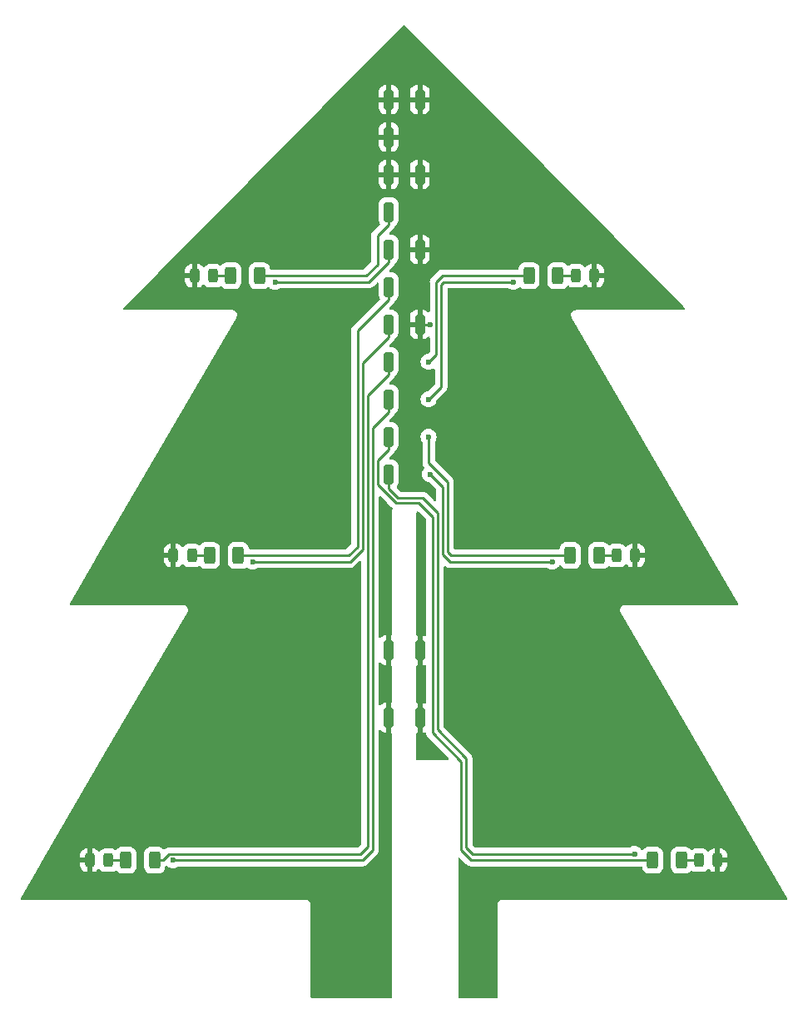
<source format=gtl>
%TF.GenerationSoftware,KiCad,Pcbnew,(6.0.9)*%
%TF.CreationDate,2022-12-10T13:43:41+01:00*%
%TF.ProjectId,PartoDos,50617274-6f44-46f7-932e-6b696361645f,rev?*%
%TF.SameCoordinates,Original*%
%TF.FileFunction,Copper,L1,Top*%
%TF.FilePolarity,Positive*%
%FSLAX46Y46*%
G04 Gerber Fmt 4.6, Leading zero omitted, Abs format (unit mm)*
G04 Created by KiCad (PCBNEW (6.0.9)) date 2022-12-10 13:43:41*
%MOMM*%
%LPD*%
G01*
G04 APERTURE LIST*
G04 Aperture macros list*
%AMRoundRect*
0 Rectangle with rounded corners*
0 $1 Rounding radius*
0 $2 $3 $4 $5 $6 $7 $8 $9 X,Y pos of 4 corners*
0 Add a 4 corners polygon primitive as box body*
4,1,4,$2,$3,$4,$5,$6,$7,$8,$9,$2,$3,0*
0 Add four circle primitives for the rounded corners*
1,1,$1+$1,$2,$3*
1,1,$1+$1,$4,$5*
1,1,$1+$1,$6,$7*
1,1,$1+$1,$8,$9*
0 Add four rect primitives between the rounded corners*
20,1,$1+$1,$2,$3,$4,$5,0*
20,1,$1+$1,$4,$5,$6,$7,0*
20,1,$1+$1,$6,$7,$8,$9,0*
20,1,$1+$1,$8,$9,$2,$3,0*%
G04 Aperture macros list end*
%TA.AperFunction,SMDPad,CuDef*%
%ADD10RoundRect,0.250000X0.312500X0.625000X-0.312500X0.625000X-0.312500X-0.625000X0.312500X-0.625000X0*%
%TD*%
%TA.AperFunction,SMDPad,CuDef*%
%ADD11RoundRect,0.250000X-0.312500X-0.625000X0.312500X-0.625000X0.312500X0.625000X-0.312500X0.625000X0*%
%TD*%
%TA.AperFunction,SMDPad,CuDef*%
%ADD12RoundRect,0.250000X-0.250000X-0.750000X0.250000X-0.750000X0.250000X0.750000X-0.250000X0.750000X0*%
%TD*%
%TA.AperFunction,SMDPad,CuDef*%
%ADD13RoundRect,0.243750X-0.243750X-0.456250X0.243750X-0.456250X0.243750X0.456250X-0.243750X0.456250X0*%
%TD*%
%TA.AperFunction,SMDPad,CuDef*%
%ADD14RoundRect,0.243750X0.243750X0.456250X-0.243750X0.456250X-0.243750X-0.456250X0.243750X-0.456250X0*%
%TD*%
%TA.AperFunction,SMDPad,CuDef*%
%ADD15RoundRect,0.250000X0.250000X0.750000X-0.250000X0.750000X-0.250000X-0.750000X0.250000X-0.750000X0*%
%TD*%
%TA.AperFunction,ViaPad*%
%ADD16C,0.600000*%
%TD*%
%TA.AperFunction,Conductor*%
%ADD17C,0.254000*%
%TD*%
G04 APERTURE END LIST*
D10*
%TO.P,R6,1*%
%TO.N,Net-(D6-Pad2)*%
X168721500Y-138430000D03*
%TO.P,R6,2*%
%TO.N,/WHI3*%
X165796500Y-138430000D03*
%TD*%
%TO.P,R5,1*%
%TO.N,Net-(D5-Pad2)*%
X160339500Y-107442000D03*
%TO.P,R5,2*%
%TO.N,/GRE1*%
X157414500Y-107442000D03*
%TD*%
%TO.P,R4,1*%
%TO.N,Net-(D4-Pad2)*%
X156148500Y-78994000D03*
%TO.P,R4,2*%
%TO.N,/YEL3*%
X153223500Y-78994000D03*
%TD*%
D11*
%TO.P,R3,1*%
%TO.N,Net-(D3-Pad2)*%
X112202500Y-138430000D03*
%TO.P,R3,2*%
%TO.N,/BLU1*%
X115127500Y-138430000D03*
%TD*%
%TO.P,R2,1*%
%TO.N,Net-(D2-Pad2)*%
X120711500Y-107442000D03*
%TO.P,R2,2*%
%TO.N,/YEL4*%
X123636500Y-107442000D03*
%TD*%
%TO.P,R1,1*%
%TO.N,Net-(D1-Pad2)*%
X122870500Y-78994000D03*
%TO.P,R1,2*%
%TO.N,/RED4*%
X125795500Y-78994000D03*
%TD*%
D12*
%TO.P,J7,1,Pin_1*%
%TO.N,/GRE2*%
X138938000Y-76327000D03*
%TD*%
%TO.P,J8,1,Pin_1*%
%TO.N,/BLU2*%
X138938000Y-83947000D03*
%TD*%
D13*
%TO.P,D2,1,K*%
%TO.N,GND*%
X117045500Y-107442000D03*
%TO.P,D2,2,A*%
%TO.N,Net-(D2-Pad2)*%
X118920500Y-107442000D03*
%TD*%
D14*
%TO.P,D6,1,K*%
%TO.N,GND*%
X172387500Y-138430000D03*
%TO.P,D6,2,A*%
%TO.N,Net-(D6-Pad2)*%
X170512500Y-138430000D03*
%TD*%
D12*
%TO.P,J20,1,Pin_1*%
%TO.N,GND*%
X142113000Y-83947000D03*
%TD*%
%TO.P,J16,1,Pin_1*%
%TO.N,GND*%
X138938000Y-61087000D03*
%TD*%
D14*
%TO.P,D4,1,K*%
%TO.N,GND*%
X159863000Y-78994000D03*
%TO.P,D4,2,A*%
%TO.N,Net-(D4-Pad2)*%
X157988000Y-78994000D03*
%TD*%
D12*
%TO.P,J18,1,Pin_1*%
%TO.N,GND*%
X142113000Y-68707000D03*
%TD*%
%TO.P,J19,1,Pin_1*%
%TO.N,GND*%
X142113000Y-76327000D03*
%TD*%
%TO.P,J2,1,Pin_1*%
%TO.N,/YEL4*%
X138938000Y-80137000D03*
%TD*%
%TO.P,J31,1,Pin_1*%
%TO.N,GND*%
X142113000Y-123952000D03*
%TD*%
D13*
%TO.P,D1,1,K*%
%TO.N,GND*%
X119204500Y-78994000D03*
%TO.P,D1,2,A*%
%TO.N,Net-(D1-Pad2)*%
X121079500Y-78994000D03*
%TD*%
D14*
%TO.P,D5,1,K*%
%TO.N,GND*%
X164005500Y-107442000D03*
%TO.P,D5,2,A*%
%TO.N,Net-(D5-Pad2)*%
X162130500Y-107442000D03*
%TD*%
D12*
%TO.P,J30,1,Pin_1*%
%TO.N,GND*%
X142113000Y-117094000D03*
%TD*%
%TO.P,J6,1,Pin_1*%
%TO.N,/WHI3*%
X138938000Y-95377000D03*
%TD*%
%TO.P,J3,1,Pin_1*%
%TO.N,/BLU1*%
X138938000Y-87757000D03*
%TD*%
%TO.P,J17,1,Pin_1*%
%TO.N,GND*%
X142113000Y-61087000D03*
%TD*%
%TO.P,J28,1,Pin_1*%
%TO.N,GND*%
X138938000Y-117094000D03*
%TD*%
%TO.P,J12,1,Pin_1*%
%TO.N,/GRE3*%
X138938000Y-99187000D03*
%TD*%
D13*
%TO.P,D3,1,K*%
%TO.N,GND*%
X108536500Y-138430000D03*
%TO.P,D3,2,A*%
%TO.N,Net-(D3-Pad2)*%
X110411500Y-138430000D03*
%TD*%
D12*
%TO.P,J14,1,Pin_1*%
%TO.N,GND*%
X138938000Y-68707000D03*
%TD*%
%TO.P,J9,1,Pin_1*%
%TO.N,/YEL5*%
X138938000Y-91567000D03*
%TD*%
D15*
%TO.P,J1,1,Pin_1*%
%TO.N,/RED4*%
X138938000Y-72517000D03*
%TD*%
D12*
%TO.P,J29,1,Pin_1*%
%TO.N,GND*%
X138938000Y-123952000D03*
%TD*%
%TO.P,J15,1,Pin_1*%
%TO.N,GND*%
X138938000Y-64897000D03*
%TD*%
D16*
%TO.N,GND*%
X143129000Y-61087000D03*
X134620000Y-98679000D03*
X137033000Y-81661000D03*
X135382000Y-77978000D03*
X142240000Y-114173000D03*
X134620000Y-96139000D03*
X135636000Y-129413000D03*
X145288000Y-90805000D03*
X122428000Y-139573000D03*
X130302000Y-136652000D03*
X152527000Y-109093000D03*
X137922000Y-64897000D03*
X137922000Y-68707000D03*
X138684000Y-109093000D03*
X134620000Y-91059000D03*
X135382000Y-80645000D03*
X143256000Y-78613000D03*
X134620000Y-106299000D03*
X129540000Y-109093000D03*
X149987000Y-106299000D03*
X119888000Y-139573000D03*
X155067000Y-109093000D03*
X135636000Y-131953000D03*
X145288000Y-88265000D03*
X135636000Y-126873000D03*
X135636000Y-109093000D03*
X147955000Y-139573000D03*
X146431000Y-125857000D03*
X124968000Y-136652000D03*
X138684000Y-114173000D03*
X144907000Y-124333000D03*
X137922000Y-61087000D03*
X127000000Y-109093000D03*
X149987000Y-109093000D03*
X127762000Y-136652000D03*
X115824000Y-107442000D03*
X150495000Y-136652000D03*
X150368000Y-80645000D03*
X161211500Y-78994000D03*
X147955000Y-136652000D03*
X144907000Y-119253000D03*
X127762000Y-139573000D03*
X117094000Y-139573000D03*
X138684000Y-111633000D03*
X127762000Y-77978000D03*
X173673000Y-138430000D03*
X119888000Y-136652000D03*
X150495000Y-139573000D03*
X135636000Y-136652000D03*
X135636000Y-139573000D03*
X138684000Y-119253000D03*
X132080000Y-106299000D03*
X135636000Y-134493000D03*
X142240000Y-106553000D03*
X130302000Y-139573000D03*
X163195000Y-136652000D03*
X147447000Y-109093000D03*
X158115000Y-139573000D03*
X134620000Y-93599000D03*
X134620000Y-85979000D03*
X124968000Y-139573000D03*
X130302000Y-77978000D03*
X132842000Y-77978000D03*
X142240000Y-104013000D03*
X132842000Y-136652000D03*
X153035000Y-139573000D03*
X135636000Y-111633000D03*
X127762000Y-80645000D03*
X145288000Y-80645000D03*
X132842000Y-80645000D03*
X142240000Y-121793000D03*
X155067000Y-106299000D03*
X152527000Y-106299000D03*
X142240000Y-111633000D03*
X134620000Y-101219000D03*
X155575000Y-136652000D03*
X144907000Y-111633000D03*
X147955000Y-127381000D03*
X147447000Y-106299000D03*
X135636000Y-114173000D03*
X135255000Y-83439000D03*
X135636000Y-124333000D03*
X132080000Y-109093000D03*
X142240000Y-109093000D03*
X127000000Y-106299000D03*
X142748000Y-80645000D03*
X144907000Y-109093000D03*
X135636000Y-116713000D03*
X155575000Y-139573000D03*
X142240000Y-119253000D03*
X160655000Y-139573000D03*
X134620000Y-103759000D03*
X153035000Y-136652000D03*
X145288000Y-83185000D03*
X138684000Y-104013000D03*
X165354000Y-107442000D03*
X147828000Y-80645000D03*
X138684000Y-106553000D03*
X132842000Y-139573000D03*
X135636000Y-119253000D03*
X107188000Y-138430000D03*
X130302000Y-80645000D03*
X160655000Y-136652000D03*
X143129000Y-76327000D03*
X107188000Y-138430000D03*
X145288000Y-85725000D03*
X158115000Y-136652000D03*
X134620000Y-88519000D03*
X138684000Y-121793000D03*
X143129000Y-83947000D03*
X142240000Y-126746000D03*
X145288000Y-77978000D03*
X150368000Y-77978000D03*
X144907000Y-121793000D03*
X144907000Y-116713000D03*
X143129000Y-68707000D03*
X144907000Y-114173000D03*
X138684000Y-126746000D03*
X117919000Y-78994000D03*
X117094000Y-136652000D03*
X129540000Y-106299000D03*
X142748000Y-85725000D03*
X163195000Y-139573000D03*
X122428000Y-136652000D03*
X135636000Y-121793000D03*
X147828000Y-77978000D03*
%TO.N,/YEL3*%
X143002000Y-87757000D03*
%TO.N,/GRE1*%
X143002000Y-95377000D03*
%TO.N,/GRE2*%
X127381000Y-79629000D03*
%TO.N,/BLU2*%
X125095000Y-108077000D03*
%TO.N,/YEL5*%
X116967000Y-138430000D03*
%TO.N,/WHI4*%
X151638000Y-79629000D03*
X143002000Y-91567000D03*
%TO.N,/RED5*%
X155575000Y-108077000D03*
X143129000Y-99187000D03*
%TO.N,/GRE3*%
X163957000Y-137795000D03*
%TD*%
D17*
%TO.N,/GRE2*%
X136906000Y-79629000D02*
X138938000Y-77597000D01*
X138938000Y-77597000D02*
X138938000Y-76327000D01*
X127381000Y-79629000D02*
X136906000Y-79629000D01*
%TO.N,/RED4*%
X138938000Y-73787000D02*
X138938000Y-72517000D01*
X136652000Y-78994000D02*
X137795000Y-77851000D01*
X137795000Y-74930000D02*
X138938000Y-73787000D01*
X125795500Y-78994000D02*
X136652000Y-78994000D01*
X137795000Y-77851000D02*
X137795000Y-74930000D01*
%TO.N,/YEL4*%
X138938000Y-81407000D02*
X138938000Y-80137000D01*
X135763000Y-84582000D02*
X138938000Y-81407000D01*
X135763000Y-106553000D02*
X135763000Y-84582000D01*
X134874000Y-107442000D02*
X135763000Y-106553000D01*
X123636500Y-107442000D02*
X134874000Y-107442000D01*
%TO.N,/BLU2*%
X138938000Y-85217000D02*
X138938000Y-83947000D01*
X135001000Y-108077000D02*
X136271000Y-106807000D01*
X125095000Y-108077000D02*
X135001000Y-108077000D01*
X136271000Y-106807000D02*
X136271000Y-87884000D01*
X136271000Y-87884000D02*
X138938000Y-85217000D01*
%TO.N,/WHI4*%
X144526000Y-79629000D02*
X144272000Y-79883000D01*
X151638000Y-79629000D02*
X144526000Y-79629000D01*
X144272000Y-90297000D02*
X143002000Y-91567000D01*
X144272000Y-79883000D02*
X144272000Y-90297000D01*
%TO.N,/YEL3*%
X144399000Y-78994000D02*
X153223500Y-78994000D01*
X143764000Y-79629000D02*
X144399000Y-78994000D01*
X143764000Y-86995000D02*
X143764000Y-79629000D01*
X143002000Y-87757000D02*
X143764000Y-86995000D01*
%TO.N,/GRE1*%
X145288000Y-107442000D02*
X157414500Y-107442000D01*
X144907000Y-107061000D02*
X145288000Y-107442000D01*
X144907000Y-99949000D02*
X144907000Y-107061000D01*
X143002000Y-98044000D02*
X144907000Y-99949000D01*
X143002000Y-95377000D02*
X143002000Y-98044000D01*
%TO.N,/RED5*%
X144399000Y-100457000D02*
X143129000Y-99187000D01*
X145161000Y-108077000D02*
X144399000Y-107315000D01*
X155575000Y-108077000D02*
X145161000Y-108077000D01*
X144399000Y-107315000D02*
X144399000Y-100457000D01*
%TO.N,/GRE3*%
X138938000Y-100647500D02*
X138938000Y-99187000D01*
X139890500Y-101600000D02*
X138938000Y-100647500D01*
X142367000Y-101600000D02*
X139890500Y-101600000D01*
X143891000Y-103124000D02*
X142367000Y-101600000D01*
X146812000Y-128079500D02*
X143891000Y-125158500D01*
X146812000Y-137160000D02*
X146812000Y-128079500D01*
X143891000Y-125158500D02*
X143891000Y-103124000D01*
X163957000Y-137795000D02*
X147447000Y-137795000D01*
X147447000Y-137795000D02*
X146812000Y-137160000D01*
%TO.N,/WHI3*%
X147320000Y-138430000D02*
X165796500Y-138430000D01*
X146304000Y-137414000D02*
X147320000Y-138430000D01*
X146304000Y-128397000D02*
X146304000Y-137414000D01*
X139700000Y-102108000D02*
X141986000Y-102108000D01*
X137795000Y-100203000D02*
X139700000Y-102108000D01*
X141986000Y-102108000D02*
X143383000Y-103505000D01*
X138938000Y-96647000D02*
X137795000Y-97790000D01*
X137795000Y-97790000D02*
X137795000Y-100203000D01*
X138938000Y-95377000D02*
X138938000Y-96647000D01*
X143383000Y-103505000D02*
X143383000Y-125476000D01*
X143383000Y-125476000D02*
X146304000Y-128397000D01*
%TO.N,/BLU1*%
X138938000Y-89027000D02*
X138938000Y-87757000D01*
X136779000Y-91186000D02*
X138938000Y-89027000D01*
X116586000Y-137795000D02*
X136017000Y-137795000D01*
X136017000Y-137795000D02*
X136779000Y-137033000D01*
X115127500Y-138430000D02*
X115951000Y-138430000D01*
X115951000Y-138430000D02*
X116586000Y-137795000D01*
X136779000Y-137033000D02*
X136779000Y-91186000D01*
%TO.N,/YEL5*%
X137287000Y-94488000D02*
X138938000Y-92837000D01*
X137287000Y-137414000D02*
X137287000Y-94488000D01*
X138938000Y-92837000D02*
X138938000Y-91567000D01*
X116967000Y-138430000D02*
X136271000Y-138430000D01*
X136271000Y-138430000D02*
X137287000Y-137414000D01*
%TO.N,GND*%
X107188000Y-138430000D02*
X108536500Y-138430000D01*
X142113000Y-76327000D02*
X143129000Y-76327000D01*
X159863000Y-78994000D02*
X161211500Y-78994000D01*
X116918500Y-107442000D02*
X115824000Y-107442000D01*
X142113000Y-68707000D02*
X143129000Y-68707000D01*
X172451500Y-138430000D02*
X173800000Y-138430000D01*
X138938000Y-64897000D02*
X137922000Y-64897000D01*
X119267500Y-78994000D02*
X117919000Y-78994000D01*
X138938000Y-61087000D02*
X137922000Y-61087000D01*
X138938000Y-68707000D02*
X137922000Y-68707000D01*
X142113000Y-83947000D02*
X143129000Y-83947000D01*
X142113000Y-61087000D02*
X143129000Y-61087000D01*
X165354000Y-107442000D02*
X164005500Y-107442000D01*
%TO.N,Net-(D4-Pad2)*%
X156194500Y-78994000D02*
X157988000Y-78994000D01*
%TO.N,Net-(D5-Pad2)*%
X160337000Y-107442000D02*
X162130500Y-107442000D01*
%TO.N,Net-(D6-Pad2)*%
X168783000Y-138430000D02*
X170576500Y-138430000D01*
%TO.N,Net-(D1-Pad2)*%
X121079500Y-78994000D02*
X122936000Y-78994000D01*
%TO.N,Net-(D2-Pad2)*%
X118920500Y-107442000D02*
X120587000Y-107442000D01*
%TO.N,Net-(D3-Pad2)*%
X112205000Y-138430000D02*
X110411500Y-138430000D01*
%TD*%
%TA.AperFunction,Conductor*%
%TO.N,GND*%
G36*
X140543542Y-53532828D02*
G01*
X140589464Y-53562340D01*
X154811989Y-67903386D01*
X169020190Y-82229988D01*
X169066590Y-82276775D01*
X169100357Y-82339228D01*
X169094998Y-82410022D01*
X169052216Y-82466681D01*
X168985593Y-82491215D01*
X168977126Y-82491500D01*
X158015794Y-82491500D01*
X158009872Y-82491361D01*
X158006769Y-82491215D01*
X157951150Y-82488598D01*
X157942429Y-82490709D01*
X157942427Y-82490709D01*
X157909744Y-82498620D01*
X157897969Y-82500882D01*
X157855813Y-82506920D01*
X157844572Y-82512031D01*
X157844336Y-82512138D01*
X157821834Y-82519899D01*
X157809580Y-82522865D01*
X157801802Y-82527339D01*
X157801799Y-82527340D01*
X157772656Y-82544102D01*
X157761989Y-82549579D01*
X157731393Y-82563491D01*
X157723218Y-82567208D01*
X157713668Y-82575437D01*
X157694244Y-82589204D01*
X157683318Y-82595488D01*
X157653832Y-82626242D01*
X157645143Y-82634482D01*
X157612873Y-82662287D01*
X157607993Y-82669816D01*
X157607990Y-82669819D01*
X157606012Y-82672870D01*
X157591238Y-82691529D01*
X157582514Y-82700629D01*
X157562848Y-82738417D01*
X157556817Y-82748771D01*
X157533648Y-82784515D01*
X157530035Y-82796596D01*
X157521089Y-82818658D01*
X157515271Y-82829837D01*
X157507000Y-82871633D01*
X157504122Y-82883245D01*
X157491914Y-82924066D01*
X157491859Y-82933041D01*
X157491859Y-82933042D01*
X157491837Y-82936673D01*
X157489442Y-82960361D01*
X157486996Y-82972723D01*
X157487795Y-82981663D01*
X157490786Y-83015141D01*
X157491284Y-83027124D01*
X157491185Y-83043324D01*
X157491024Y-83069721D01*
X157493490Y-83078350D01*
X157493491Y-83078355D01*
X157494488Y-83081844D01*
X157498838Y-83105247D01*
X157499960Y-83117803D01*
X157503236Y-83126159D01*
X157503236Y-83126160D01*
X157515508Y-83157463D01*
X157519349Y-83168827D01*
X157528584Y-83201141D01*
X157528585Y-83201144D01*
X157531051Y-83209771D01*
X157535839Y-83217360D01*
X157535841Y-83217364D01*
X157564634Y-83262999D01*
X157566908Y-83266745D01*
X174504147Y-112302012D01*
X174521194Y-112370932D01*
X174498274Y-112438127D01*
X174442664Y-112482264D01*
X174395311Y-112491500D01*
X163015794Y-112491500D01*
X163009872Y-112491361D01*
X163007864Y-112491267D01*
X162951150Y-112488598D01*
X162942429Y-112490709D01*
X162942427Y-112490709D01*
X162909744Y-112498620D01*
X162897969Y-112500882D01*
X162855813Y-112506920D01*
X162844572Y-112512031D01*
X162844336Y-112512138D01*
X162821834Y-112519899D01*
X162809580Y-112522865D01*
X162801802Y-112527339D01*
X162801799Y-112527340D01*
X162772656Y-112544102D01*
X162761989Y-112549579D01*
X162731393Y-112563491D01*
X162723218Y-112567208D01*
X162713668Y-112575437D01*
X162694244Y-112589204D01*
X162683318Y-112595488D01*
X162653832Y-112626242D01*
X162645143Y-112634482D01*
X162612873Y-112662287D01*
X162607993Y-112669816D01*
X162607990Y-112669819D01*
X162606012Y-112672870D01*
X162591238Y-112691529D01*
X162582514Y-112700629D01*
X162562848Y-112738417D01*
X162556817Y-112748771D01*
X162533648Y-112784515D01*
X162530035Y-112796596D01*
X162521089Y-112818658D01*
X162515271Y-112829837D01*
X162507000Y-112871633D01*
X162504122Y-112883245D01*
X162491914Y-112924066D01*
X162491859Y-112933041D01*
X162491859Y-112933042D01*
X162491837Y-112936673D01*
X162489442Y-112960361D01*
X162486996Y-112972723D01*
X162487795Y-112981663D01*
X162490786Y-113015141D01*
X162491284Y-113027124D01*
X162491024Y-113069721D01*
X162493490Y-113078350D01*
X162493491Y-113078355D01*
X162494488Y-113081844D01*
X162498838Y-113105247D01*
X162499960Y-113117803D01*
X162503236Y-113126159D01*
X162503236Y-113126160D01*
X162515508Y-113157463D01*
X162519349Y-113168827D01*
X162528584Y-113201141D01*
X162528585Y-113201144D01*
X162531051Y-113209771D01*
X162535839Y-113217360D01*
X162535841Y-113217364D01*
X162564634Y-113262999D01*
X162566908Y-113266745D01*
X179504147Y-142302012D01*
X179521194Y-142370932D01*
X179498274Y-142438127D01*
X179442664Y-142482264D01*
X179395311Y-142491500D01*
X150508623Y-142491500D01*
X150507853Y-142491498D01*
X150507037Y-142491493D01*
X150430279Y-142491024D01*
X150407918Y-142497415D01*
X150401847Y-142499150D01*
X150385085Y-142502728D01*
X150355813Y-142506920D01*
X150347645Y-142510634D01*
X150347644Y-142510634D01*
X150332438Y-142517548D01*
X150314914Y-142523996D01*
X150290229Y-142531051D01*
X150282635Y-142535843D01*
X150282632Y-142535844D01*
X150265220Y-142546830D01*
X150250137Y-142554969D01*
X150223218Y-142567208D01*
X150216416Y-142573069D01*
X150203765Y-142583970D01*
X150188761Y-142595073D01*
X150167042Y-142608776D01*
X150161103Y-142615501D01*
X150161099Y-142615504D01*
X150147468Y-142630938D01*
X150135276Y-142642982D01*
X150119673Y-142656427D01*
X150119671Y-142656430D01*
X150112873Y-142662287D01*
X150107993Y-142669816D01*
X150107992Y-142669817D01*
X150098906Y-142683835D01*
X150087615Y-142698709D01*
X150076569Y-142711217D01*
X150070622Y-142717951D01*
X150062548Y-142735148D01*
X150058058Y-142744711D01*
X150049737Y-142759691D01*
X150038529Y-142776983D01*
X150038527Y-142776988D01*
X150033648Y-142784515D01*
X150031078Y-142793108D01*
X150031076Y-142793113D01*
X150026289Y-142809120D01*
X150019628Y-142826564D01*
X150014752Y-142836950D01*
X150008719Y-142849800D01*
X150007338Y-142858667D01*
X150007338Y-142858668D01*
X150004170Y-142879015D01*
X150000387Y-142895732D01*
X149994485Y-142915466D01*
X149994484Y-142915472D01*
X149991914Y-142924066D01*
X149991859Y-142933037D01*
X149991859Y-142933038D01*
X149991704Y-142958497D01*
X149991671Y-142959289D01*
X149991500Y-142960386D01*
X149991500Y-142991377D01*
X149991498Y-142992147D01*
X149991024Y-143069721D01*
X149991408Y-143071065D01*
X149991500Y-143072410D01*
X149991500Y-152365500D01*
X149971498Y-152433621D01*
X149917842Y-152480114D01*
X149865500Y-152491500D01*
X146134500Y-152491500D01*
X146066379Y-152471498D01*
X146019886Y-152417842D01*
X146008500Y-152365500D01*
X146008500Y-138321423D01*
X146028502Y-138253302D01*
X146082158Y-138206809D01*
X146152432Y-138196705D01*
X146217012Y-138226199D01*
X146223596Y-138232328D01*
X146814755Y-138823488D01*
X146822325Y-138831807D01*
X146826447Y-138838303D01*
X146832225Y-138843729D01*
X146832226Y-138843730D01*
X146876265Y-138885085D01*
X146879107Y-138887840D01*
X146898906Y-138907639D01*
X146902031Y-138910063D01*
X146902040Y-138910071D01*
X146902126Y-138910137D01*
X146911151Y-138917845D01*
X146943494Y-138948217D01*
X146950438Y-138952035D01*
X146950440Y-138952036D01*
X146961329Y-138958022D01*
X146977847Y-138968873D01*
X146993933Y-138981350D01*
X147034666Y-138998976D01*
X147045314Y-139004193D01*
X147056942Y-139010585D01*
X147084197Y-139025569D01*
X147091872Y-139027540D01*
X147091878Y-139027542D01*
X147103911Y-139030631D01*
X147122613Y-139037034D01*
X147141292Y-139045117D01*
X147174818Y-139050427D01*
X147185127Y-139052060D01*
X147196740Y-139054465D01*
X147239718Y-139065500D01*
X147260065Y-139065500D01*
X147279777Y-139067051D01*
X147299879Y-139070235D01*
X147307771Y-139069489D01*
X147344056Y-139066059D01*
X147355914Y-139065500D01*
X164607757Y-139065500D01*
X164675878Y-139085502D01*
X164722371Y-139139158D01*
X164733084Y-139178495D01*
X164736474Y-139211166D01*
X164792450Y-139378946D01*
X164885522Y-139529348D01*
X165010697Y-139654305D01*
X165016927Y-139658145D01*
X165016928Y-139658146D01*
X165154090Y-139742694D01*
X165161262Y-139747115D01*
X165241005Y-139773564D01*
X165322611Y-139800632D01*
X165322613Y-139800632D01*
X165329139Y-139802797D01*
X165335975Y-139803497D01*
X165335978Y-139803498D01*
X165379031Y-139807909D01*
X165433600Y-139813500D01*
X166159400Y-139813500D01*
X166162646Y-139813163D01*
X166162650Y-139813163D01*
X166258308Y-139803238D01*
X166258312Y-139803237D01*
X166265166Y-139802526D01*
X166271702Y-139800345D01*
X166271704Y-139800345D01*
X166403806Y-139756272D01*
X166432946Y-139746550D01*
X166583348Y-139653478D01*
X166616884Y-139619884D01*
X166703134Y-139533483D01*
X166708305Y-139528303D01*
X166712146Y-139522072D01*
X166797275Y-139383968D01*
X166797276Y-139383966D01*
X166801115Y-139377738D01*
X166851113Y-139226998D01*
X166854632Y-139216389D01*
X166854632Y-139216387D01*
X166856797Y-139209861D01*
X166867500Y-139105400D01*
X167650500Y-139105400D01*
X167650837Y-139108646D01*
X167650837Y-139108650D01*
X167660762Y-139204308D01*
X167660763Y-139204312D01*
X167661474Y-139211166D01*
X167717450Y-139378946D01*
X167810522Y-139529348D01*
X167935697Y-139654305D01*
X167941927Y-139658145D01*
X167941928Y-139658146D01*
X168079090Y-139742694D01*
X168086262Y-139747115D01*
X168166005Y-139773564D01*
X168247611Y-139800632D01*
X168247613Y-139800632D01*
X168254139Y-139802797D01*
X168260975Y-139803497D01*
X168260978Y-139803498D01*
X168304031Y-139807909D01*
X168358600Y-139813500D01*
X169084400Y-139813500D01*
X169087646Y-139813163D01*
X169087650Y-139813163D01*
X169183308Y-139803238D01*
X169183312Y-139803237D01*
X169190166Y-139802526D01*
X169196702Y-139800345D01*
X169196704Y-139800345D01*
X169328806Y-139756272D01*
X169357946Y-139746550D01*
X169508348Y-139653478D01*
X169541884Y-139619884D01*
X169628134Y-139533483D01*
X169633305Y-139528303D01*
X169637146Y-139522072D01*
X169641683Y-139516327D01*
X169643923Y-139518096D01*
X169686978Y-139479346D01*
X169757049Y-139467921D01*
X169807583Y-139485694D01*
X169948671Y-139572661D01*
X169955619Y-139574966D01*
X169955620Y-139574966D01*
X170108634Y-139625719D01*
X170108636Y-139625719D01*
X170115165Y-139627885D01*
X170218769Y-139638500D01*
X170510234Y-139638500D01*
X170806230Y-139638499D01*
X170911129Y-139627616D01*
X170917660Y-139625437D01*
X170917665Y-139625436D01*
X171070578Y-139574420D01*
X171077526Y-139572102D01*
X171226689Y-139479797D01*
X171350617Y-139355653D01*
X171352614Y-139352413D01*
X171409352Y-139312186D01*
X171480275Y-139308953D01*
X171541687Y-139344578D01*
X171549066Y-139353078D01*
X171555782Y-139361552D01*
X171669479Y-139475051D01*
X171680890Y-139484063D01*
X171817654Y-139568365D01*
X171830832Y-139574509D01*
X171983740Y-139625227D01*
X171997106Y-139628093D01*
X172090601Y-139637672D01*
X172097016Y-139638000D01*
X172115385Y-139638000D01*
X172130624Y-139633525D01*
X172131829Y-139632135D01*
X172133500Y-139624452D01*
X172133500Y-139619884D01*
X172641500Y-139619884D01*
X172645975Y-139635123D01*
X172647365Y-139636328D01*
X172655048Y-139637999D01*
X172677933Y-139637999D01*
X172684452Y-139637662D01*
X172779170Y-139627834D01*
X172792564Y-139624942D01*
X172945365Y-139573964D01*
X172958543Y-139567790D01*
X173095149Y-139483256D01*
X173106550Y-139474220D01*
X173220051Y-139360521D01*
X173229063Y-139349110D01*
X173313365Y-139212346D01*
X173319509Y-139199168D01*
X173370227Y-139046260D01*
X173373093Y-139032894D01*
X173382672Y-138939399D01*
X173383000Y-138932984D01*
X173383000Y-138702115D01*
X173378525Y-138686876D01*
X173377135Y-138685671D01*
X173369452Y-138684000D01*
X172659615Y-138684000D01*
X172644376Y-138688475D01*
X172643171Y-138689865D01*
X172641500Y-138697548D01*
X172641500Y-139619884D01*
X172133500Y-139619884D01*
X172133500Y-138157885D01*
X172641500Y-138157885D01*
X172645975Y-138173124D01*
X172647365Y-138174329D01*
X172655048Y-138176000D01*
X173364884Y-138176000D01*
X173380123Y-138171525D01*
X173381328Y-138170135D01*
X173382999Y-138162452D01*
X173382999Y-137927067D01*
X173382662Y-137920548D01*
X173372834Y-137825830D01*
X173369942Y-137812436D01*
X173318964Y-137659635D01*
X173312790Y-137646457D01*
X173228256Y-137509851D01*
X173219220Y-137498450D01*
X173105521Y-137384949D01*
X173094110Y-137375937D01*
X172957346Y-137291635D01*
X172944168Y-137285491D01*
X172791260Y-137234773D01*
X172777894Y-137231907D01*
X172684399Y-137222328D01*
X172677984Y-137222000D01*
X172659615Y-137222000D01*
X172644376Y-137226475D01*
X172643171Y-137227865D01*
X172641500Y-137235548D01*
X172641500Y-138157885D01*
X172133500Y-138157885D01*
X172133500Y-137240116D01*
X172129025Y-137224877D01*
X172127635Y-137223672D01*
X172119952Y-137222001D01*
X172097067Y-137222001D01*
X172090548Y-137222338D01*
X171995830Y-137232166D01*
X171982436Y-137235058D01*
X171829635Y-137286036D01*
X171816457Y-137292210D01*
X171679851Y-137376744D01*
X171668450Y-137385780D01*
X171554949Y-137499479D01*
X171549206Y-137506751D01*
X171491289Y-137547814D01*
X171420366Y-137551046D01*
X171358954Y-137515421D01*
X171353160Y-137508746D01*
X171349797Y-137503311D01*
X171225653Y-137379383D01*
X171213775Y-137372061D01*
X171164850Y-137341904D01*
X171076329Y-137287339D01*
X171012833Y-137266278D01*
X170916366Y-137234281D01*
X170916364Y-137234281D01*
X170909835Y-137232115D01*
X170806231Y-137221500D01*
X170514766Y-137221500D01*
X170218770Y-137221501D01*
X170113871Y-137232384D01*
X170107340Y-137234563D01*
X170107335Y-137234564D01*
X169959189Y-137283990D01*
X169947474Y-137287898D01*
X169941242Y-137291754D01*
X169941243Y-137291754D01*
X169807714Y-137374384D01*
X169739262Y-137393222D01*
X169671492Y-137372061D01*
X169642096Y-137341644D01*
X169640875Y-137342612D01*
X169636332Y-137336880D01*
X169632478Y-137330652D01*
X169507303Y-137205695D01*
X169489550Y-137194752D01*
X169362968Y-137116725D01*
X169362966Y-137116724D01*
X169356738Y-137112885D01*
X169219924Y-137067506D01*
X169195389Y-137059368D01*
X169195387Y-137059368D01*
X169188861Y-137057203D01*
X169182025Y-137056503D01*
X169182022Y-137056502D01*
X169138969Y-137052091D01*
X169084400Y-137046500D01*
X168358600Y-137046500D01*
X168355354Y-137046837D01*
X168355350Y-137046837D01*
X168259692Y-137056762D01*
X168259688Y-137056763D01*
X168252834Y-137057474D01*
X168246298Y-137059655D01*
X168246296Y-137059655D01*
X168114194Y-137103728D01*
X168085054Y-137113450D01*
X167934652Y-137206522D01*
X167929479Y-137211704D01*
X167881505Y-137259762D01*
X167809695Y-137331697D01*
X167805855Y-137337927D01*
X167805854Y-137337928D01*
X167728247Y-137463830D01*
X167716885Y-137482262D01*
X167694070Y-137551047D01*
X167677841Y-137599978D01*
X167661203Y-137650139D01*
X167660503Y-137656975D01*
X167660502Y-137656978D01*
X167656161Y-137699349D01*
X167650500Y-137754600D01*
X167650500Y-139105400D01*
X166867500Y-139105400D01*
X166867500Y-137754600D01*
X166865237Y-137732791D01*
X166857238Y-137655692D01*
X166857237Y-137655688D01*
X166856526Y-137648834D01*
X166800550Y-137481054D01*
X166707478Y-137330652D01*
X166582303Y-137205695D01*
X166564550Y-137194752D01*
X166437968Y-137116725D01*
X166437966Y-137116724D01*
X166431738Y-137112885D01*
X166294924Y-137067506D01*
X166270389Y-137059368D01*
X166270387Y-137059368D01*
X166263861Y-137057203D01*
X166257025Y-137056503D01*
X166257022Y-137056502D01*
X166213969Y-137052091D01*
X166159400Y-137046500D01*
X165433600Y-137046500D01*
X165430354Y-137046837D01*
X165430350Y-137046837D01*
X165334692Y-137056762D01*
X165334688Y-137056763D01*
X165327834Y-137057474D01*
X165321298Y-137059655D01*
X165321296Y-137059655D01*
X165189194Y-137103728D01*
X165160054Y-137113450D01*
X165009652Y-137206522D01*
X165004479Y-137211704D01*
X164956505Y-137259762D01*
X164884695Y-137331697D01*
X164880855Y-137337927D01*
X164880854Y-137337928D01*
X164860234Y-137371380D01*
X164807462Y-137418873D01*
X164737390Y-137430297D01*
X164672266Y-137402023D01*
X164646124Y-137372039D01*
X164594626Y-137289624D01*
X164589664Y-137284627D01*
X164471778Y-137165915D01*
X164471774Y-137165912D01*
X164466815Y-137160918D01*
X164455697Y-137153862D01*
X164391127Y-137112885D01*
X164313666Y-137063727D01*
X164265287Y-137046500D01*
X164149425Y-137005243D01*
X164149420Y-137005242D01*
X164142790Y-137002881D01*
X164135802Y-137002048D01*
X164135799Y-137002047D01*
X164012698Y-136987368D01*
X163962680Y-136981404D01*
X163955677Y-136982140D01*
X163955676Y-136982140D01*
X163789288Y-136999628D01*
X163789286Y-136999629D01*
X163782288Y-137000364D01*
X163610579Y-137058818D01*
X163604575Y-137062512D01*
X163477292Y-137140817D01*
X163411270Y-137159500D01*
X147762423Y-137159500D01*
X147694302Y-137139498D01*
X147673328Y-137122595D01*
X147484405Y-136933672D01*
X147450379Y-136871360D01*
X147447500Y-136844577D01*
X147447500Y-128158532D01*
X147448030Y-128147293D01*
X147449709Y-128139781D01*
X147447562Y-128071469D01*
X147447500Y-128067512D01*
X147447500Y-128039517D01*
X147446992Y-128035494D01*
X147446059Y-128023652D01*
X147444914Y-127987220D01*
X147444665Y-127979295D01*
X147438987Y-127959751D01*
X147434977Y-127940388D01*
X147433420Y-127928060D01*
X147433420Y-127928058D01*
X147432427Y-127920201D01*
X147429511Y-127912837D01*
X147429510Y-127912832D01*
X147416093Y-127878944D01*
X147412248Y-127867715D01*
X147402081Y-127832722D01*
X147399869Y-127825107D01*
X147395830Y-127818277D01*
X147389512Y-127807594D01*
X147380812Y-127789836D01*
X147376239Y-127778285D01*
X147376235Y-127778279D01*
X147373319Y-127770912D01*
X147347234Y-127735009D01*
X147340719Y-127725090D01*
X147322174Y-127693732D01*
X147322171Y-127693728D01*
X147318134Y-127686902D01*
X147303750Y-127672518D01*
X147290909Y-127657484D01*
X147283602Y-127647427D01*
X147278942Y-127641013D01*
X147244744Y-127612722D01*
X147235965Y-127604733D01*
X144563405Y-124932172D01*
X144529379Y-124869860D01*
X144526500Y-124843077D01*
X144526500Y-108645223D01*
X144546502Y-108577102D01*
X144600158Y-108530609D01*
X144670432Y-108520505D01*
X144735831Y-108550714D01*
X144737099Y-108551832D01*
X144739906Y-108554639D01*
X144743040Y-108557070D01*
X144743126Y-108557137D01*
X144752151Y-108564845D01*
X144784494Y-108595217D01*
X144802000Y-108604841D01*
X144802329Y-108605022D01*
X144818847Y-108615873D01*
X144834933Y-108628350D01*
X144875666Y-108645976D01*
X144886314Y-108651193D01*
X144893581Y-108655188D01*
X144925197Y-108672569D01*
X144932872Y-108674540D01*
X144932878Y-108674542D01*
X144944911Y-108677631D01*
X144963613Y-108684034D01*
X144982292Y-108692117D01*
X145015818Y-108697427D01*
X145026127Y-108699060D01*
X145037740Y-108701465D01*
X145080718Y-108712500D01*
X145101065Y-108712500D01*
X145120777Y-108714051D01*
X145140879Y-108717235D01*
X145148771Y-108716489D01*
X145185056Y-108713059D01*
X145196914Y-108712500D01*
X155031959Y-108712500D01*
X155100952Y-108733068D01*
X155208159Y-108803222D01*
X155214763Y-108805678D01*
X155214765Y-108805679D01*
X155371558Y-108863990D01*
X155371560Y-108863990D01*
X155378168Y-108866448D01*
X155461995Y-108877633D01*
X155550980Y-108889507D01*
X155550984Y-108889507D01*
X155557961Y-108890438D01*
X155564972Y-108889800D01*
X155564976Y-108889800D01*
X155707459Y-108876832D01*
X155738600Y-108873998D01*
X155745302Y-108871820D01*
X155745304Y-108871820D01*
X155904409Y-108820124D01*
X155904412Y-108820123D01*
X155911108Y-108817947D01*
X156066912Y-108725069D01*
X156198266Y-108599982D01*
X156207218Y-108586509D01*
X156266386Y-108497453D01*
X156320743Y-108451782D01*
X156391163Y-108442750D01*
X156455287Y-108473223D01*
X156478474Y-108500871D01*
X156503522Y-108541348D01*
X156628697Y-108666305D01*
X156634927Y-108670145D01*
X156634928Y-108670146D01*
X156772090Y-108754694D01*
X156779262Y-108759115D01*
X156859005Y-108785564D01*
X156940611Y-108812632D01*
X156940613Y-108812632D01*
X156947139Y-108814797D01*
X156953975Y-108815497D01*
X156953978Y-108815498D01*
X156997031Y-108819909D01*
X157051600Y-108825500D01*
X157777400Y-108825500D01*
X157780646Y-108825163D01*
X157780650Y-108825163D01*
X157876308Y-108815238D01*
X157876312Y-108815237D01*
X157883166Y-108814526D01*
X157889702Y-108812345D01*
X157889704Y-108812345D01*
X158021806Y-108768272D01*
X158050946Y-108758550D01*
X158201348Y-108665478D01*
X158234884Y-108631884D01*
X158321134Y-108545483D01*
X158326305Y-108540303D01*
X158330544Y-108533426D01*
X158415275Y-108395968D01*
X158415276Y-108395966D01*
X158419115Y-108389738D01*
X158455733Y-108279338D01*
X158472632Y-108228389D01*
X158472632Y-108228387D01*
X158474797Y-108221861D01*
X158485500Y-108117400D01*
X159268500Y-108117400D01*
X159279474Y-108223166D01*
X159281655Y-108229702D01*
X159281655Y-108229704D01*
X159312098Y-108320953D01*
X159335450Y-108390946D01*
X159428522Y-108541348D01*
X159553697Y-108666305D01*
X159559927Y-108670145D01*
X159559928Y-108670146D01*
X159697090Y-108754694D01*
X159704262Y-108759115D01*
X159784005Y-108785564D01*
X159865611Y-108812632D01*
X159865613Y-108812632D01*
X159872139Y-108814797D01*
X159878975Y-108815497D01*
X159878978Y-108815498D01*
X159922031Y-108819909D01*
X159976600Y-108825500D01*
X160702400Y-108825500D01*
X160705646Y-108825163D01*
X160705650Y-108825163D01*
X160801308Y-108815238D01*
X160801312Y-108815237D01*
X160808166Y-108814526D01*
X160814702Y-108812345D01*
X160814704Y-108812345D01*
X160946806Y-108768272D01*
X160975946Y-108758550D01*
X161126348Y-108665478D01*
X161159884Y-108631884D01*
X161246134Y-108545483D01*
X161251305Y-108540303D01*
X161255146Y-108534072D01*
X161259683Y-108528327D01*
X161261923Y-108530096D01*
X161304978Y-108491346D01*
X161375049Y-108479921D01*
X161425583Y-108497694D01*
X161566671Y-108584661D01*
X161573619Y-108586966D01*
X161573620Y-108586966D01*
X161726634Y-108637719D01*
X161726636Y-108637719D01*
X161733165Y-108639885D01*
X161836769Y-108650500D01*
X162128234Y-108650500D01*
X162424230Y-108650499D01*
X162529129Y-108639616D01*
X162535660Y-108637437D01*
X162535665Y-108637436D01*
X162688578Y-108586420D01*
X162695526Y-108584102D01*
X162844689Y-108491797D01*
X162968617Y-108367653D01*
X162970614Y-108364413D01*
X163027352Y-108324186D01*
X163098275Y-108320953D01*
X163159687Y-108356578D01*
X163167066Y-108365078D01*
X163173782Y-108373552D01*
X163287479Y-108487051D01*
X163298890Y-108496063D01*
X163435654Y-108580365D01*
X163448832Y-108586509D01*
X163601740Y-108637227D01*
X163615106Y-108640093D01*
X163708601Y-108649672D01*
X163715016Y-108650000D01*
X163733385Y-108650000D01*
X163748624Y-108645525D01*
X163749829Y-108644135D01*
X163751500Y-108636452D01*
X163751500Y-108631884D01*
X164259500Y-108631884D01*
X164263975Y-108647123D01*
X164265365Y-108648328D01*
X164273048Y-108649999D01*
X164295933Y-108649999D01*
X164302452Y-108649662D01*
X164397170Y-108639834D01*
X164410564Y-108636942D01*
X164563365Y-108585964D01*
X164576543Y-108579790D01*
X164713149Y-108495256D01*
X164724550Y-108486220D01*
X164838051Y-108372521D01*
X164847063Y-108361110D01*
X164931365Y-108224346D01*
X164937509Y-108211168D01*
X164988227Y-108058260D01*
X164991093Y-108044894D01*
X165000672Y-107951399D01*
X165001000Y-107944984D01*
X165001000Y-107714115D01*
X164996525Y-107698876D01*
X164995135Y-107697671D01*
X164987452Y-107696000D01*
X164277615Y-107696000D01*
X164262376Y-107700475D01*
X164261171Y-107701865D01*
X164259500Y-107709548D01*
X164259500Y-108631884D01*
X163751500Y-108631884D01*
X163751500Y-107169885D01*
X164259500Y-107169885D01*
X164263975Y-107185124D01*
X164265365Y-107186329D01*
X164273048Y-107188000D01*
X164982884Y-107188000D01*
X164998123Y-107183525D01*
X164999328Y-107182135D01*
X165000999Y-107174452D01*
X165000999Y-106939067D01*
X165000662Y-106932548D01*
X164990834Y-106837830D01*
X164987942Y-106824436D01*
X164936964Y-106671635D01*
X164930790Y-106658457D01*
X164846256Y-106521851D01*
X164837220Y-106510450D01*
X164723521Y-106396949D01*
X164712110Y-106387937D01*
X164575346Y-106303635D01*
X164562168Y-106297491D01*
X164409260Y-106246773D01*
X164395894Y-106243907D01*
X164302399Y-106234328D01*
X164295984Y-106234000D01*
X164277615Y-106234000D01*
X164262376Y-106238475D01*
X164261171Y-106239865D01*
X164259500Y-106247548D01*
X164259500Y-107169885D01*
X163751500Y-107169885D01*
X163751500Y-106252116D01*
X163747025Y-106236877D01*
X163745635Y-106235672D01*
X163737952Y-106234001D01*
X163715067Y-106234001D01*
X163708548Y-106234338D01*
X163613830Y-106244166D01*
X163600436Y-106247058D01*
X163447635Y-106298036D01*
X163434457Y-106304210D01*
X163297851Y-106388744D01*
X163286450Y-106397780D01*
X163172949Y-106511479D01*
X163167206Y-106518751D01*
X163109289Y-106559814D01*
X163038366Y-106563046D01*
X162976954Y-106527421D01*
X162971160Y-106520746D01*
X162967797Y-106515311D01*
X162843653Y-106391383D01*
X162831775Y-106384061D01*
X162782850Y-106353904D01*
X162694329Y-106299339D01*
X162665474Y-106289768D01*
X162534366Y-106246281D01*
X162534364Y-106246281D01*
X162527835Y-106244115D01*
X162424231Y-106233500D01*
X162132766Y-106233500D01*
X161836770Y-106233501D01*
X161731871Y-106244384D01*
X161725340Y-106246563D01*
X161725335Y-106246564D01*
X161577189Y-106295990D01*
X161565474Y-106299898D01*
X161522206Y-106326673D01*
X161425714Y-106386384D01*
X161357262Y-106405222D01*
X161289492Y-106384061D01*
X161260096Y-106353644D01*
X161258875Y-106354612D01*
X161254332Y-106348880D01*
X161250478Y-106342652D01*
X161125303Y-106217695D01*
X161119072Y-106213854D01*
X160980968Y-106128725D01*
X160980966Y-106128724D01*
X160974738Y-106124885D01*
X160814254Y-106071655D01*
X160813389Y-106071368D01*
X160813387Y-106071368D01*
X160806861Y-106069203D01*
X160800025Y-106068503D01*
X160800022Y-106068502D01*
X160756969Y-106064091D01*
X160702400Y-106058500D01*
X159976600Y-106058500D01*
X159973354Y-106058837D01*
X159973350Y-106058837D01*
X159877692Y-106068762D01*
X159877688Y-106068763D01*
X159870834Y-106069474D01*
X159864298Y-106071655D01*
X159864296Y-106071655D01*
X159732194Y-106115728D01*
X159703054Y-106125450D01*
X159552652Y-106218522D01*
X159547479Y-106223704D01*
X159485839Y-106285451D01*
X159427695Y-106343697D01*
X159423855Y-106349927D01*
X159423854Y-106349928D01*
X159346247Y-106475830D01*
X159334885Y-106494262D01*
X159279203Y-106662139D01*
X159268500Y-106766600D01*
X159268500Y-108117400D01*
X158485500Y-108117400D01*
X158485500Y-106766600D01*
X158484719Y-106759069D01*
X158475238Y-106667692D01*
X158475237Y-106667688D01*
X158474526Y-106660834D01*
X158418550Y-106493054D01*
X158325478Y-106342652D01*
X158200303Y-106217695D01*
X158194072Y-106213854D01*
X158055968Y-106128725D01*
X158055966Y-106128724D01*
X158049738Y-106124885D01*
X157889254Y-106071655D01*
X157888389Y-106071368D01*
X157888387Y-106071368D01*
X157881861Y-106069203D01*
X157875025Y-106068503D01*
X157875022Y-106068502D01*
X157831969Y-106064091D01*
X157777400Y-106058500D01*
X157051600Y-106058500D01*
X157048354Y-106058837D01*
X157048350Y-106058837D01*
X156952692Y-106068762D01*
X156952688Y-106068763D01*
X156945834Y-106069474D01*
X156939298Y-106071655D01*
X156939296Y-106071655D01*
X156807194Y-106115728D01*
X156778054Y-106125450D01*
X156627652Y-106218522D01*
X156622479Y-106223704D01*
X156560839Y-106285451D01*
X156502695Y-106343697D01*
X156498855Y-106349927D01*
X156498854Y-106349928D01*
X156421247Y-106475830D01*
X156409885Y-106494262D01*
X156354203Y-106662139D01*
X156353502Y-106668977D01*
X156353502Y-106668979D01*
X156351006Y-106693342D01*
X156324165Y-106759069D01*
X156266050Y-106799852D01*
X156225662Y-106806500D01*
X145668500Y-106806500D01*
X145600379Y-106786498D01*
X145553886Y-106732842D01*
X145542500Y-106680500D01*
X145542500Y-100028032D01*
X145543030Y-100016793D01*
X145544709Y-100009281D01*
X145543924Y-99984288D01*
X145542562Y-99940970D01*
X145542500Y-99937012D01*
X145542500Y-99909017D01*
X145541992Y-99904994D01*
X145541059Y-99893152D01*
X145539914Y-99856720D01*
X145539665Y-99848795D01*
X145533987Y-99829251D01*
X145529977Y-99809888D01*
X145528420Y-99797560D01*
X145528420Y-99797558D01*
X145527427Y-99789701D01*
X145524511Y-99782337D01*
X145524510Y-99782332D01*
X145511093Y-99748444D01*
X145507248Y-99737215D01*
X145497081Y-99702222D01*
X145494869Y-99694607D01*
X145490830Y-99687777D01*
X145484512Y-99677094D01*
X145475812Y-99659336D01*
X145471239Y-99647785D01*
X145471235Y-99647779D01*
X145468319Y-99640412D01*
X145442234Y-99604509D01*
X145435719Y-99594590D01*
X145417174Y-99563232D01*
X145417171Y-99563228D01*
X145413134Y-99556402D01*
X145398750Y-99542018D01*
X145385909Y-99526984D01*
X145378602Y-99516927D01*
X145373942Y-99510513D01*
X145339744Y-99482222D01*
X145330965Y-99474233D01*
X143674405Y-97817672D01*
X143640379Y-97755360D01*
X143637500Y-97728577D01*
X143637500Y-95919609D01*
X143658552Y-95849882D01*
X143721742Y-95754773D01*
X143725643Y-95748902D01*
X143790055Y-95579338D01*
X143791035Y-95572366D01*
X143814748Y-95403639D01*
X143814748Y-95403636D01*
X143815299Y-95399717D01*
X143815616Y-95377000D01*
X143795397Y-95196745D01*
X143793080Y-95190091D01*
X143738064Y-95032106D01*
X143738062Y-95032103D01*
X143735745Y-95025448D01*
X143639626Y-94871624D01*
X143625941Y-94857843D01*
X143516778Y-94747915D01*
X143516774Y-94747912D01*
X143511815Y-94742918D01*
X143500697Y-94735862D01*
X143452538Y-94705300D01*
X143358666Y-94645727D01*
X143329463Y-94635328D01*
X143194425Y-94587243D01*
X143194420Y-94587242D01*
X143187790Y-94584881D01*
X143180802Y-94584048D01*
X143180799Y-94584047D01*
X143057698Y-94569368D01*
X143007680Y-94563404D01*
X143000677Y-94564140D01*
X143000676Y-94564140D01*
X142834288Y-94581628D01*
X142834286Y-94581629D01*
X142827288Y-94582364D01*
X142655579Y-94640818D01*
X142649575Y-94644512D01*
X142507095Y-94732166D01*
X142507092Y-94732168D01*
X142501088Y-94735862D01*
X142496053Y-94740793D01*
X142496050Y-94740795D01*
X142376525Y-94857843D01*
X142371493Y-94862771D01*
X142273235Y-95015238D01*
X142270826Y-95021858D01*
X142270824Y-95021861D01*
X142213606Y-95179066D01*
X142211197Y-95185685D01*
X142188463Y-95365640D01*
X142206163Y-95546160D01*
X142263418Y-95718273D01*
X142267065Y-95724295D01*
X142267066Y-95724297D01*
X142348276Y-95858391D01*
X142366500Y-95923662D01*
X142366500Y-97964980D01*
X142365970Y-97976214D01*
X142364292Y-97983719D01*
X142364541Y-97991638D01*
X142366438Y-98052012D01*
X142366500Y-98055969D01*
X142366500Y-98083983D01*
X142366996Y-98087908D01*
X142366996Y-98087909D01*
X142367008Y-98088004D01*
X142367941Y-98099849D01*
X142369335Y-98144205D01*
X142371547Y-98151817D01*
X142375013Y-98163748D01*
X142379023Y-98183112D01*
X142381573Y-98203299D01*
X142384489Y-98210663D01*
X142384490Y-98210668D01*
X142397907Y-98244556D01*
X142401752Y-98255785D01*
X142414131Y-98298393D01*
X142418169Y-98305220D01*
X142418170Y-98305223D01*
X142424488Y-98315906D01*
X142433188Y-98333664D01*
X142437761Y-98345215D01*
X142437765Y-98345221D01*
X142440681Y-98352588D01*
X142445339Y-98358999D01*
X142445340Y-98359001D01*
X142466764Y-98388488D01*
X142473281Y-98398410D01*
X142491826Y-98429768D01*
X142491829Y-98429772D01*
X142495866Y-98436598D01*
X142510250Y-98450982D01*
X142523091Y-98466016D01*
X142535058Y-98482487D01*
X142532833Y-98484104D01*
X142558922Y-98535658D01*
X142551642Y-98606281D01*
X142523180Y-98648595D01*
X142498493Y-98672771D01*
X142400235Y-98825238D01*
X142338197Y-98995685D01*
X142315463Y-99175640D01*
X142333163Y-99356160D01*
X142390418Y-99528273D01*
X142394065Y-99534295D01*
X142394066Y-99534297D01*
X142436590Y-99604512D01*
X142484380Y-99683424D01*
X142489269Y-99688487D01*
X142489270Y-99688488D01*
X142566121Y-99768068D01*
X142610382Y-99813902D01*
X142762159Y-99913222D01*
X142768763Y-99915678D01*
X142768765Y-99915679D01*
X142826128Y-99937012D01*
X142932168Y-99976448D01*
X142939151Y-99977380D01*
X142939152Y-99977380D01*
X142990924Y-99984288D01*
X143055801Y-100013124D01*
X143063354Y-100020086D01*
X143726595Y-100683327D01*
X143760621Y-100745639D01*
X143763500Y-100772422D01*
X143763500Y-101793577D01*
X143743498Y-101861698D01*
X143689842Y-101908191D01*
X143619568Y-101918295D01*
X143554988Y-101888801D01*
X143548405Y-101882672D01*
X142872250Y-101206517D01*
X142864674Y-101198191D01*
X142860553Y-101191697D01*
X142810734Y-101144914D01*
X142807893Y-101142160D01*
X142788094Y-101122361D01*
X142784969Y-101119937D01*
X142784960Y-101119929D01*
X142784874Y-101119863D01*
X142775849Y-101112155D01*
X142749285Y-101087210D01*
X142743506Y-101081783D01*
X142725669Y-101071977D01*
X142709153Y-101061127D01*
X142693067Y-101048650D01*
X142652334Y-101031024D01*
X142641686Y-101025807D01*
X142630058Y-101019415D01*
X142602803Y-101004431D01*
X142595128Y-101002460D01*
X142595122Y-101002458D01*
X142583089Y-100999369D01*
X142564387Y-100992966D01*
X142545708Y-100984883D01*
X142511872Y-100979524D01*
X142501873Y-100977940D01*
X142490260Y-100975535D01*
X142447282Y-100964500D01*
X142426935Y-100964500D01*
X142407224Y-100962949D01*
X142394950Y-100961005D01*
X142387121Y-100959765D01*
X142379229Y-100960511D01*
X142342944Y-100963941D01*
X142331086Y-100964500D01*
X140205923Y-100964500D01*
X140137802Y-100944498D01*
X140116828Y-100927595D01*
X139782520Y-100593287D01*
X139748494Y-100530975D01*
X139753559Y-100460160D01*
X139778233Y-100421732D01*
X139777596Y-100421229D01*
X139782134Y-100415483D01*
X139787305Y-100410303D01*
X139880115Y-100259738D01*
X139935797Y-100091861D01*
X139946500Y-99987400D01*
X139946500Y-98386600D01*
X139946163Y-98383350D01*
X139936238Y-98287692D01*
X139936237Y-98287688D01*
X139935526Y-98280834D01*
X139879550Y-98113054D01*
X139786478Y-97962652D01*
X139661303Y-97837695D01*
X139510738Y-97744885D01*
X139430995Y-97718436D01*
X139349389Y-97691368D01*
X139349387Y-97691368D01*
X139342861Y-97689203D01*
X139336025Y-97688503D01*
X139336022Y-97688502D01*
X139292969Y-97684091D01*
X139238400Y-97678500D01*
X139109423Y-97678500D01*
X139041302Y-97658498D01*
X138994809Y-97604842D01*
X138984705Y-97534568D01*
X139014199Y-97469988D01*
X139020328Y-97463405D01*
X139331483Y-97152250D01*
X139339809Y-97144674D01*
X139346303Y-97140553D01*
X139393086Y-97090734D01*
X139395840Y-97087893D01*
X139415639Y-97068094D01*
X139418068Y-97064963D01*
X139418072Y-97064958D01*
X139418139Y-97064872D01*
X139425847Y-97055847D01*
X139450791Y-97029285D01*
X139450794Y-97029281D01*
X139456217Y-97023506D01*
X139460036Y-97016560D01*
X139460039Y-97016555D01*
X139466022Y-97005672D01*
X139476878Y-96989144D01*
X139484492Y-96979329D01*
X139484494Y-96979326D01*
X139489349Y-96973067D01*
X139492495Y-96965797D01*
X139492498Y-96965792D01*
X139506969Y-96932350D01*
X139512192Y-96921689D01*
X139529749Y-96889753D01*
X139529751Y-96889748D01*
X139533569Y-96882803D01*
X139535539Y-96875129D01*
X139535542Y-96875122D01*
X139538632Y-96863087D01*
X139545036Y-96844382D01*
X139553116Y-96825710D01*
X139554348Y-96826243D01*
X139588125Y-96773363D01*
X139604598Y-96761215D01*
X139656120Y-96729332D01*
X139662348Y-96725478D01*
X139787305Y-96600303D01*
X139880115Y-96449738D01*
X139935797Y-96281861D01*
X139946500Y-96177400D01*
X139946500Y-94576600D01*
X139946163Y-94573350D01*
X139936238Y-94477692D01*
X139936237Y-94477688D01*
X139935526Y-94470834D01*
X139879550Y-94303054D01*
X139786478Y-94152652D01*
X139661303Y-94027695D01*
X139510738Y-93934885D01*
X139430995Y-93908436D01*
X139349389Y-93881368D01*
X139349387Y-93881368D01*
X139342861Y-93879203D01*
X139336025Y-93878503D01*
X139336022Y-93878502D01*
X139292969Y-93874091D01*
X139238400Y-93868500D01*
X139109423Y-93868500D01*
X139041302Y-93848498D01*
X138994809Y-93794842D01*
X138984705Y-93724568D01*
X139014199Y-93659988D01*
X139020328Y-93653405D01*
X139331483Y-93342250D01*
X139339809Y-93334674D01*
X139346303Y-93330553D01*
X139393086Y-93280734D01*
X139395840Y-93277893D01*
X139415639Y-93258094D01*
X139418068Y-93254963D01*
X139418072Y-93254958D01*
X139418139Y-93254872D01*
X139425847Y-93245847D01*
X139450792Y-93219283D01*
X139456217Y-93213506D01*
X139460035Y-93206561D01*
X139460038Y-93206557D01*
X139466026Y-93195666D01*
X139476878Y-93179145D01*
X139478847Y-93176606D01*
X139489350Y-93163066D01*
X139506971Y-93122345D01*
X139512192Y-93111689D01*
X139529748Y-93079755D01*
X139529750Y-93079749D01*
X139533569Y-93072803D01*
X139535540Y-93065128D01*
X139535542Y-93065122D01*
X139538631Y-93053089D01*
X139545034Y-93034387D01*
X139553117Y-93015708D01*
X139553117Y-93015707D01*
X139553118Y-93015705D01*
X139554352Y-93016239D01*
X139588120Y-92963368D01*
X139604598Y-92951215D01*
X139656120Y-92919332D01*
X139662348Y-92915478D01*
X139787305Y-92790303D01*
X139840712Y-92703661D01*
X139876275Y-92645968D01*
X139876276Y-92645966D01*
X139880115Y-92639738D01*
X139935797Y-92471861D01*
X139946500Y-92367400D01*
X139946500Y-91555640D01*
X142188463Y-91555640D01*
X142206163Y-91736160D01*
X142263418Y-91908273D01*
X142267065Y-91914295D01*
X142267066Y-91914297D01*
X142277978Y-91932314D01*
X142357380Y-92063424D01*
X142483382Y-92193902D01*
X142635159Y-92293222D01*
X142641763Y-92295678D01*
X142641765Y-92295679D01*
X142798558Y-92353990D01*
X142798560Y-92353990D01*
X142805168Y-92356448D01*
X142887248Y-92367400D01*
X142977980Y-92379507D01*
X142977984Y-92379507D01*
X142984961Y-92380438D01*
X142991972Y-92379800D01*
X142991976Y-92379800D01*
X143134459Y-92366832D01*
X143165600Y-92363998D01*
X143172302Y-92361820D01*
X143172304Y-92361820D01*
X143331409Y-92310124D01*
X143331412Y-92310123D01*
X143338108Y-92307947D01*
X143493912Y-92215069D01*
X143625266Y-92089982D01*
X143725643Y-91938902D01*
X143790055Y-91769338D01*
X143799177Y-91704434D01*
X143828466Y-91639760D01*
X143834856Y-91632876D01*
X144665477Y-90802255D01*
X144673803Y-90794678D01*
X144680303Y-90790553D01*
X144727101Y-90740718D01*
X144729855Y-90737877D01*
X144749638Y-90718094D01*
X144752129Y-90714883D01*
X144759838Y-90705856D01*
X144784789Y-90679286D01*
X144790217Y-90673506D01*
X144800022Y-90655671D01*
X144810876Y-90639147D01*
X144818491Y-90629330D01*
X144818492Y-90629329D01*
X144823349Y-90623067D01*
X144840969Y-90582350D01*
X144846192Y-90571689D01*
X144863749Y-90539753D01*
X144863751Y-90539748D01*
X144867569Y-90532803D01*
X144869539Y-90525129D01*
X144869542Y-90525122D01*
X144872632Y-90513087D01*
X144879036Y-90494382D01*
X144883967Y-90482987D01*
X144887117Y-90475708D01*
X144894060Y-90431873D01*
X144896467Y-90420251D01*
X144907500Y-90377282D01*
X144907500Y-90356935D01*
X144909051Y-90337224D01*
X144910995Y-90324950D01*
X144912235Y-90317121D01*
X144908059Y-90272944D01*
X144907500Y-90261086D01*
X144907500Y-80390500D01*
X144927502Y-80322379D01*
X144981158Y-80275886D01*
X145033500Y-80264500D01*
X151094959Y-80264500D01*
X151163952Y-80285068D01*
X151220970Y-80322379D01*
X151271159Y-80355222D01*
X151277763Y-80357678D01*
X151277765Y-80357679D01*
X151434558Y-80415990D01*
X151434560Y-80415990D01*
X151441168Y-80418448D01*
X151524995Y-80429633D01*
X151613980Y-80441507D01*
X151613984Y-80441507D01*
X151620961Y-80442438D01*
X151627972Y-80441800D01*
X151627976Y-80441800D01*
X151770459Y-80428832D01*
X151801600Y-80425998D01*
X151808302Y-80423820D01*
X151808304Y-80423820D01*
X151967409Y-80372124D01*
X151967412Y-80372123D01*
X151974108Y-80369947D01*
X152129912Y-80277069D01*
X152135018Y-80272207D01*
X152228593Y-80183097D01*
X152291718Y-80150604D01*
X152362388Y-80157397D01*
X152404503Y-80185169D01*
X152432516Y-80213134D01*
X152432521Y-80213138D01*
X152437697Y-80218305D01*
X152443927Y-80222145D01*
X152443928Y-80222146D01*
X152581090Y-80306694D01*
X152588262Y-80311115D01*
X152622222Y-80322379D01*
X152749611Y-80364632D01*
X152749613Y-80364632D01*
X152756139Y-80366797D01*
X152762975Y-80367497D01*
X152762978Y-80367498D01*
X152806031Y-80371909D01*
X152860600Y-80377500D01*
X153586400Y-80377500D01*
X153589646Y-80377163D01*
X153589650Y-80377163D01*
X153685308Y-80367238D01*
X153685312Y-80367237D01*
X153692166Y-80366526D01*
X153698702Y-80364345D01*
X153698704Y-80364345D01*
X153830806Y-80320272D01*
X153859946Y-80310550D01*
X154010348Y-80217478D01*
X154043884Y-80183884D01*
X154130134Y-80097483D01*
X154135305Y-80092303D01*
X154140569Y-80083763D01*
X154224275Y-79947968D01*
X154224276Y-79947966D01*
X154228115Y-79941738D01*
X154283797Y-79773861D01*
X154294500Y-79669400D01*
X155077500Y-79669400D01*
X155088474Y-79775166D01*
X155144450Y-79942946D01*
X155237522Y-80093348D01*
X155362697Y-80218305D01*
X155368927Y-80222145D01*
X155368928Y-80222146D01*
X155506090Y-80306694D01*
X155513262Y-80311115D01*
X155547222Y-80322379D01*
X155674611Y-80364632D01*
X155674613Y-80364632D01*
X155681139Y-80366797D01*
X155687975Y-80367497D01*
X155687978Y-80367498D01*
X155731031Y-80371909D01*
X155785600Y-80377500D01*
X156511400Y-80377500D01*
X156514646Y-80377163D01*
X156514650Y-80377163D01*
X156610308Y-80367238D01*
X156610312Y-80367237D01*
X156617166Y-80366526D01*
X156623702Y-80364345D01*
X156623704Y-80364345D01*
X156755806Y-80320272D01*
X156784946Y-80310550D01*
X156935348Y-80217478D01*
X156968884Y-80183884D01*
X157055134Y-80097483D01*
X157060305Y-80092303D01*
X157076662Y-80065767D01*
X157129434Y-80018275D01*
X157199506Y-80006853D01*
X157264629Y-80035127D01*
X157267393Y-80037650D01*
X157269667Y-80039446D01*
X157274847Y-80044617D01*
X157281077Y-80048457D01*
X157281078Y-80048458D01*
X157314486Y-80069051D01*
X157424171Y-80136661D01*
X157431119Y-80138966D01*
X157431120Y-80138966D01*
X157584134Y-80189719D01*
X157584136Y-80189719D01*
X157590665Y-80191885D01*
X157694269Y-80202500D01*
X157985734Y-80202500D01*
X158281730Y-80202499D01*
X158386629Y-80191616D01*
X158393160Y-80189437D01*
X158393165Y-80189436D01*
X158546078Y-80138420D01*
X158553026Y-80136102D01*
X158702189Y-80043797D01*
X158826117Y-79919653D01*
X158828114Y-79916413D01*
X158884852Y-79876186D01*
X158955775Y-79872953D01*
X159017187Y-79908578D01*
X159024566Y-79917078D01*
X159031282Y-79925552D01*
X159144979Y-80039051D01*
X159156390Y-80048063D01*
X159293154Y-80132365D01*
X159306332Y-80138509D01*
X159459240Y-80189227D01*
X159472606Y-80192093D01*
X159566101Y-80201672D01*
X159572516Y-80202000D01*
X159590885Y-80202000D01*
X159606124Y-80197525D01*
X159607329Y-80196135D01*
X159609000Y-80188452D01*
X159609000Y-80183884D01*
X160117000Y-80183884D01*
X160121475Y-80199123D01*
X160122865Y-80200328D01*
X160130548Y-80201999D01*
X160153433Y-80201999D01*
X160159952Y-80201662D01*
X160254670Y-80191834D01*
X160268064Y-80188942D01*
X160420865Y-80137964D01*
X160434043Y-80131790D01*
X160570649Y-80047256D01*
X160582050Y-80038220D01*
X160695551Y-79924521D01*
X160704563Y-79913110D01*
X160788865Y-79776346D01*
X160795009Y-79763168D01*
X160845727Y-79610260D01*
X160848593Y-79596894D01*
X160858172Y-79503399D01*
X160858500Y-79496984D01*
X160858500Y-79266115D01*
X160854025Y-79250876D01*
X160852635Y-79249671D01*
X160844952Y-79248000D01*
X160135115Y-79248000D01*
X160119876Y-79252475D01*
X160118671Y-79253865D01*
X160117000Y-79261548D01*
X160117000Y-80183884D01*
X159609000Y-80183884D01*
X159609000Y-78721885D01*
X160117000Y-78721885D01*
X160121475Y-78737124D01*
X160122865Y-78738329D01*
X160130548Y-78740000D01*
X160840384Y-78740000D01*
X160855623Y-78735525D01*
X160856828Y-78734135D01*
X160858499Y-78726452D01*
X160858499Y-78491067D01*
X160858162Y-78484548D01*
X160848334Y-78389830D01*
X160845442Y-78376436D01*
X160794464Y-78223635D01*
X160788290Y-78210457D01*
X160703756Y-78073851D01*
X160694720Y-78062450D01*
X160581021Y-77948949D01*
X160569610Y-77939937D01*
X160432846Y-77855635D01*
X160419668Y-77849491D01*
X160266760Y-77798773D01*
X160253394Y-77795907D01*
X160159899Y-77786328D01*
X160153484Y-77786000D01*
X160135115Y-77786000D01*
X160119876Y-77790475D01*
X160118671Y-77791865D01*
X160117000Y-77799548D01*
X160117000Y-78721885D01*
X159609000Y-78721885D01*
X159609000Y-77804116D01*
X159604525Y-77788877D01*
X159603135Y-77787672D01*
X159595452Y-77786001D01*
X159572567Y-77786001D01*
X159566048Y-77786338D01*
X159471330Y-77796166D01*
X159457936Y-77799058D01*
X159305135Y-77850036D01*
X159291957Y-77856210D01*
X159155351Y-77940744D01*
X159143950Y-77949780D01*
X159030449Y-78063479D01*
X159024706Y-78070751D01*
X158966789Y-78111814D01*
X158895866Y-78115046D01*
X158834454Y-78079421D01*
X158828660Y-78072746D01*
X158825297Y-78067311D01*
X158701153Y-77943383D01*
X158682171Y-77931682D01*
X158622096Y-77894652D01*
X158551829Y-77851339D01*
X158497528Y-77833328D01*
X158391866Y-77798281D01*
X158391864Y-77798281D01*
X158385335Y-77796115D01*
X158281731Y-77785500D01*
X157990266Y-77785500D01*
X157694270Y-77785501D01*
X157589371Y-77796384D01*
X157582840Y-77798563D01*
X157582835Y-77798564D01*
X157459383Y-77839751D01*
X157422974Y-77851898D01*
X157273811Y-77944203D01*
X157268638Y-77949385D01*
X157262901Y-77953932D01*
X157261038Y-77951581D01*
X157210693Y-77979147D01*
X157139871Y-77974163D01*
X157082987Y-77931682D01*
X157076630Y-77922370D01*
X157059478Y-77894652D01*
X156934303Y-77769695D01*
X156859147Y-77723368D01*
X156789968Y-77680725D01*
X156789966Y-77680724D01*
X156783738Y-77676885D01*
X156623254Y-77623655D01*
X156622389Y-77623368D01*
X156622387Y-77623368D01*
X156615861Y-77621203D01*
X156609025Y-77620503D01*
X156609022Y-77620502D01*
X156565969Y-77616091D01*
X156511400Y-77610500D01*
X155785600Y-77610500D01*
X155782354Y-77610837D01*
X155782350Y-77610837D01*
X155686692Y-77620762D01*
X155686688Y-77620763D01*
X155679834Y-77621474D01*
X155673298Y-77623655D01*
X155673296Y-77623655D01*
X155670245Y-77624673D01*
X155512054Y-77677450D01*
X155361652Y-77770522D01*
X155356479Y-77775704D01*
X155319159Y-77813089D01*
X155236695Y-77895697D01*
X155232855Y-77901927D01*
X155232854Y-77901928D01*
X155155247Y-78027830D01*
X155143885Y-78046262D01*
X155088203Y-78214139D01*
X155077500Y-78318600D01*
X155077500Y-79669400D01*
X154294500Y-79669400D01*
X154294500Y-78318600D01*
X154293719Y-78311069D01*
X154284238Y-78219692D01*
X154284237Y-78219688D01*
X154283526Y-78212834D01*
X154243967Y-78094260D01*
X154229868Y-78052002D01*
X154227550Y-78045054D01*
X154134478Y-77894652D01*
X154009303Y-77769695D01*
X153934147Y-77723368D01*
X153864968Y-77680725D01*
X153864966Y-77680724D01*
X153858738Y-77676885D01*
X153698254Y-77623655D01*
X153697389Y-77623368D01*
X153697387Y-77623368D01*
X153690861Y-77621203D01*
X153684025Y-77620503D01*
X153684022Y-77620502D01*
X153640969Y-77616091D01*
X153586400Y-77610500D01*
X152860600Y-77610500D01*
X152857354Y-77610837D01*
X152857350Y-77610837D01*
X152761692Y-77620762D01*
X152761688Y-77620763D01*
X152754834Y-77621474D01*
X152748298Y-77623655D01*
X152748296Y-77623655D01*
X152745245Y-77624673D01*
X152587054Y-77677450D01*
X152436652Y-77770522D01*
X152431479Y-77775704D01*
X152394159Y-77813089D01*
X152311695Y-77895697D01*
X152307855Y-77901927D01*
X152307854Y-77901928D01*
X152230247Y-78027830D01*
X152218885Y-78046262D01*
X152163203Y-78214139D01*
X152162502Y-78220977D01*
X152162502Y-78220979D01*
X152160006Y-78245342D01*
X152133165Y-78311069D01*
X152075050Y-78351852D01*
X152034662Y-78358500D01*
X144478032Y-78358500D01*
X144466793Y-78357970D01*
X144459281Y-78356291D01*
X144451356Y-78356540D01*
X144451355Y-78356540D01*
X144390970Y-78358438D01*
X144387012Y-78358500D01*
X144359017Y-78358500D01*
X144355083Y-78358997D01*
X144355081Y-78358997D01*
X144354994Y-78359008D01*
X144343160Y-78359940D01*
X144298795Y-78361335D01*
X144291182Y-78363547D01*
X144291181Y-78363547D01*
X144279252Y-78367013D01*
X144259888Y-78371023D01*
X144247560Y-78372580D01*
X144247558Y-78372580D01*
X144239701Y-78373573D01*
X144232337Y-78376489D01*
X144232332Y-78376490D01*
X144198444Y-78389907D01*
X144187215Y-78393752D01*
X144173241Y-78397812D01*
X144144607Y-78406131D01*
X144137781Y-78410168D01*
X144127091Y-78416490D01*
X144109341Y-78425187D01*
X144090412Y-78432681D01*
X144083998Y-78437341D01*
X144054514Y-78458762D01*
X144044594Y-78465278D01*
X144013229Y-78483827D01*
X144013226Y-78483829D01*
X144006402Y-78487865D01*
X143992014Y-78502253D01*
X143976980Y-78515094D01*
X143960513Y-78527058D01*
X143955460Y-78533166D01*
X143932228Y-78561249D01*
X143924238Y-78570029D01*
X143370517Y-79123750D01*
X143362191Y-79131326D01*
X143355697Y-79135447D01*
X143350274Y-79141222D01*
X143308915Y-79185265D01*
X143306160Y-79188107D01*
X143286361Y-79207906D01*
X143283937Y-79211031D01*
X143283929Y-79211040D01*
X143283863Y-79211126D01*
X143276155Y-79220151D01*
X143245783Y-79252494D01*
X143241965Y-79259438D01*
X143241964Y-79259440D01*
X143235978Y-79270329D01*
X143225127Y-79286847D01*
X143212650Y-79302933D01*
X143195024Y-79343666D01*
X143189807Y-79354314D01*
X143168431Y-79393197D01*
X143166460Y-79400872D01*
X143166458Y-79400878D01*
X143163369Y-79412911D01*
X143156966Y-79431613D01*
X143148883Y-79450292D01*
X143147644Y-79458117D01*
X143141940Y-79494127D01*
X143139535Y-79505740D01*
X143128500Y-79548718D01*
X143128500Y-79569065D01*
X143126949Y-79588776D01*
X143123765Y-79608879D01*
X143124511Y-79616771D01*
X143127941Y-79653056D01*
X143128500Y-79664914D01*
X143128500Y-82586274D01*
X143108498Y-82654395D01*
X143054842Y-82700888D01*
X142984568Y-82710992D01*
X142919988Y-82681498D01*
X142913482Y-82675447D01*
X142841171Y-82603261D01*
X142829760Y-82594249D01*
X142691757Y-82509184D01*
X142678576Y-82503037D01*
X142524290Y-82451862D01*
X142510914Y-82448995D01*
X142416562Y-82439328D01*
X142410145Y-82439000D01*
X142385115Y-82439000D01*
X142369876Y-82443475D01*
X142368671Y-82444865D01*
X142367000Y-82452548D01*
X142367000Y-85436884D01*
X142371475Y-85452123D01*
X142372865Y-85453328D01*
X142380548Y-85454999D01*
X142410095Y-85454999D01*
X142416614Y-85454662D01*
X142512206Y-85444743D01*
X142525600Y-85441851D01*
X142679784Y-85390412D01*
X142692962Y-85384239D01*
X142830807Y-85298937D01*
X142842208Y-85289901D01*
X142913327Y-85218658D01*
X142975610Y-85184579D01*
X143046430Y-85189582D01*
X143103302Y-85232079D01*
X143128171Y-85298578D01*
X143128500Y-85307676D01*
X143128500Y-86679577D01*
X143108498Y-86747698D01*
X143091596Y-86768672D01*
X143009433Y-86850834D01*
X142937747Y-86922520D01*
X142875435Y-86956545D01*
X142861823Y-86958734D01*
X142834288Y-86961628D01*
X142834286Y-86961628D01*
X142827288Y-86962364D01*
X142655579Y-87020818D01*
X142649575Y-87024512D01*
X142507095Y-87112166D01*
X142507092Y-87112168D01*
X142501088Y-87115862D01*
X142496053Y-87120793D01*
X142496050Y-87120795D01*
X142376525Y-87237843D01*
X142371493Y-87242771D01*
X142273235Y-87395238D01*
X142270826Y-87401858D01*
X142270824Y-87401861D01*
X142261157Y-87428422D01*
X142211197Y-87565685D01*
X142188463Y-87745640D01*
X142206163Y-87926160D01*
X142263418Y-88098273D01*
X142357380Y-88253424D01*
X142483382Y-88383902D01*
X142635159Y-88483222D01*
X142641763Y-88485678D01*
X142641765Y-88485679D01*
X142798558Y-88543990D01*
X142798560Y-88543990D01*
X142805168Y-88546448D01*
X142887248Y-88557400D01*
X142977980Y-88569507D01*
X142977984Y-88569507D01*
X142984961Y-88570438D01*
X142991972Y-88569800D01*
X142991976Y-88569800D01*
X143134459Y-88556832D01*
X143165600Y-88553998D01*
X143172302Y-88551820D01*
X143172304Y-88551820D01*
X143331409Y-88500124D01*
X143331412Y-88500123D01*
X143338108Y-88497947D01*
X143445985Y-88433639D01*
X143514737Y-88415940D01*
X143582147Y-88438222D01*
X143626809Y-88493410D01*
X143636500Y-88541869D01*
X143636500Y-89981577D01*
X143616498Y-90049698D01*
X143599595Y-90070672D01*
X142937748Y-90732519D01*
X142875436Y-90766545D01*
X142861824Y-90768734D01*
X142834288Y-90771628D01*
X142834286Y-90771628D01*
X142827288Y-90772364D01*
X142655579Y-90830818D01*
X142649575Y-90834512D01*
X142507095Y-90922166D01*
X142507092Y-90922168D01*
X142501088Y-90925862D01*
X142496053Y-90930793D01*
X142496050Y-90930795D01*
X142376525Y-91047843D01*
X142371493Y-91052771D01*
X142273235Y-91205238D01*
X142270826Y-91211858D01*
X142270824Y-91211861D01*
X142261157Y-91238422D01*
X142211197Y-91375685D01*
X142188463Y-91555640D01*
X139946500Y-91555640D01*
X139946500Y-90766600D01*
X139943815Y-90740719D01*
X139936238Y-90667692D01*
X139936237Y-90667688D01*
X139935526Y-90660834D01*
X139930905Y-90646981D01*
X139881868Y-90500002D01*
X139879550Y-90493054D01*
X139786478Y-90342652D01*
X139661303Y-90217695D01*
X139510738Y-90124885D01*
X139430995Y-90098436D01*
X139349389Y-90071368D01*
X139349387Y-90071368D01*
X139342861Y-90069203D01*
X139336025Y-90068503D01*
X139336022Y-90068502D01*
X139292969Y-90064091D01*
X139238400Y-90058500D01*
X139109423Y-90058500D01*
X139041302Y-90038498D01*
X138994809Y-89984842D01*
X138984705Y-89914568D01*
X139014199Y-89849988D01*
X139020328Y-89843405D01*
X139331483Y-89532250D01*
X139339809Y-89524674D01*
X139346303Y-89520553D01*
X139393086Y-89470734D01*
X139395840Y-89467893D01*
X139415639Y-89448094D01*
X139418068Y-89444963D01*
X139418072Y-89444958D01*
X139418139Y-89444872D01*
X139425847Y-89435847D01*
X139450791Y-89409285D01*
X139450794Y-89409281D01*
X139456217Y-89403506D01*
X139460036Y-89396560D01*
X139460039Y-89396555D01*
X139466022Y-89385672D01*
X139476878Y-89369144D01*
X139484492Y-89359329D01*
X139484494Y-89359326D01*
X139489349Y-89353067D01*
X139492495Y-89345797D01*
X139492498Y-89345792D01*
X139506969Y-89312350D01*
X139512192Y-89301689D01*
X139529749Y-89269753D01*
X139529751Y-89269748D01*
X139533569Y-89262803D01*
X139535539Y-89255129D01*
X139535542Y-89255122D01*
X139538632Y-89243087D01*
X139545036Y-89224382D01*
X139553116Y-89205710D01*
X139554348Y-89206243D01*
X139588125Y-89153363D01*
X139604598Y-89141215D01*
X139656120Y-89109332D01*
X139662348Y-89105478D01*
X139787305Y-88980303D01*
X139880115Y-88829738D01*
X139935797Y-88661861D01*
X139946500Y-88557400D01*
X139946500Y-86956600D01*
X139942964Y-86922520D01*
X139936238Y-86857692D01*
X139936237Y-86857688D01*
X139935526Y-86850834D01*
X139879550Y-86683054D01*
X139786478Y-86532652D01*
X139661303Y-86407695D01*
X139510738Y-86314885D01*
X139430995Y-86288436D01*
X139349389Y-86261368D01*
X139349387Y-86261368D01*
X139342861Y-86259203D01*
X139336025Y-86258503D01*
X139336022Y-86258502D01*
X139292969Y-86254091D01*
X139238400Y-86248500D01*
X139109423Y-86248500D01*
X139041302Y-86228498D01*
X138994809Y-86174842D01*
X138984705Y-86104568D01*
X139014199Y-86039988D01*
X139020328Y-86033405D01*
X139331483Y-85722250D01*
X139339809Y-85714674D01*
X139346303Y-85710553D01*
X139393086Y-85660734D01*
X139395840Y-85657893D01*
X139415639Y-85638094D01*
X139418068Y-85634963D01*
X139418072Y-85634958D01*
X139418139Y-85634872D01*
X139425847Y-85625847D01*
X139450792Y-85599283D01*
X139456217Y-85593506D01*
X139460035Y-85586561D01*
X139460038Y-85586557D01*
X139466026Y-85575666D01*
X139476878Y-85559145D01*
X139478847Y-85556606D01*
X139489350Y-85543066D01*
X139506971Y-85502345D01*
X139512192Y-85491689D01*
X139529748Y-85459755D01*
X139529750Y-85459749D01*
X139533569Y-85452803D01*
X139535540Y-85445128D01*
X139535542Y-85445122D01*
X139538631Y-85433089D01*
X139545034Y-85414387D01*
X139553117Y-85395708D01*
X139553117Y-85395707D01*
X139553118Y-85395705D01*
X139554352Y-85396239D01*
X139588120Y-85343368D01*
X139604598Y-85331215D01*
X139656120Y-85299332D01*
X139662348Y-85295478D01*
X139787305Y-85170303D01*
X139840712Y-85083661D01*
X139876275Y-85025968D01*
X139876276Y-85025966D01*
X139880115Y-85019738D01*
X139935797Y-84851861D01*
X139938109Y-84829301D01*
X139946167Y-84750650D01*
X139946500Y-84747400D01*
X139946500Y-84744095D01*
X141105001Y-84744095D01*
X141105338Y-84750614D01*
X141115257Y-84846206D01*
X141118149Y-84859600D01*
X141169588Y-85013784D01*
X141175761Y-85026962D01*
X141261063Y-85164807D01*
X141270099Y-85176208D01*
X141384829Y-85290739D01*
X141396240Y-85299751D01*
X141534243Y-85384816D01*
X141547424Y-85390963D01*
X141701710Y-85442138D01*
X141715086Y-85445005D01*
X141809438Y-85454672D01*
X141815854Y-85455000D01*
X141840885Y-85455000D01*
X141856124Y-85450525D01*
X141857329Y-85449135D01*
X141859000Y-85441452D01*
X141859000Y-84219115D01*
X141854525Y-84203876D01*
X141853135Y-84202671D01*
X141845452Y-84201000D01*
X141123116Y-84201000D01*
X141107877Y-84205475D01*
X141106672Y-84206865D01*
X141105001Y-84214548D01*
X141105001Y-84744095D01*
X139946500Y-84744095D01*
X139946500Y-83674885D01*
X141105000Y-83674885D01*
X141109475Y-83690124D01*
X141110865Y-83691329D01*
X141118548Y-83693000D01*
X141840885Y-83693000D01*
X141856124Y-83688525D01*
X141857329Y-83687135D01*
X141859000Y-83679452D01*
X141859000Y-82457116D01*
X141854525Y-82441877D01*
X141853135Y-82440672D01*
X141845452Y-82439001D01*
X141815905Y-82439001D01*
X141809386Y-82439338D01*
X141713794Y-82449257D01*
X141700400Y-82452149D01*
X141546216Y-82503588D01*
X141533038Y-82509761D01*
X141395193Y-82595063D01*
X141383792Y-82604099D01*
X141269261Y-82718829D01*
X141260249Y-82730240D01*
X141175184Y-82868243D01*
X141169037Y-82881424D01*
X141117862Y-83035710D01*
X141114995Y-83049086D01*
X141105328Y-83143438D01*
X141105000Y-83149855D01*
X141105000Y-83674885D01*
X139946500Y-83674885D01*
X139946500Y-83146600D01*
X139942844Y-83111364D01*
X139936238Y-83047692D01*
X139936237Y-83047688D01*
X139935526Y-83040834D01*
X139917874Y-82987923D01*
X139881868Y-82880002D01*
X139879550Y-82873054D01*
X139786478Y-82722652D01*
X139777576Y-82713765D01*
X139666483Y-82602866D01*
X139661303Y-82597695D01*
X139642775Y-82586274D01*
X139516968Y-82508725D01*
X139516966Y-82508724D01*
X139510738Y-82504885D01*
X139395556Y-82466681D01*
X139349389Y-82451368D01*
X139349387Y-82451368D01*
X139342861Y-82449203D01*
X139336025Y-82448503D01*
X139336022Y-82448502D01*
X139292969Y-82444091D01*
X139238400Y-82438500D01*
X139109423Y-82438500D01*
X139041302Y-82418498D01*
X138994809Y-82364842D01*
X138984705Y-82294568D01*
X139014199Y-82229988D01*
X139020328Y-82223405D01*
X139331483Y-81912250D01*
X139339809Y-81904674D01*
X139346303Y-81900553D01*
X139393086Y-81850734D01*
X139395840Y-81847893D01*
X139415639Y-81828094D01*
X139418068Y-81824963D01*
X139418072Y-81824958D01*
X139418139Y-81824872D01*
X139425847Y-81815847D01*
X139450791Y-81789285D01*
X139450794Y-81789281D01*
X139456217Y-81783506D01*
X139460036Y-81776560D01*
X139460039Y-81776555D01*
X139466022Y-81765672D01*
X139476878Y-81749144D01*
X139484492Y-81739329D01*
X139484494Y-81739326D01*
X139489349Y-81733067D01*
X139492495Y-81725797D01*
X139492498Y-81725792D01*
X139506969Y-81692350D01*
X139512192Y-81681689D01*
X139529749Y-81649753D01*
X139529751Y-81649748D01*
X139533569Y-81642803D01*
X139535539Y-81635129D01*
X139535542Y-81635122D01*
X139538632Y-81623087D01*
X139545036Y-81604382D01*
X139553116Y-81585710D01*
X139554348Y-81586243D01*
X139588125Y-81533363D01*
X139604598Y-81521215D01*
X139656120Y-81489332D01*
X139662348Y-81485478D01*
X139787305Y-81360303D01*
X139880115Y-81209738D01*
X139935797Y-81041861D01*
X139946500Y-80937400D01*
X139946500Y-79336600D01*
X139937916Y-79253865D01*
X139936238Y-79237692D01*
X139936237Y-79237688D01*
X139935526Y-79230834D01*
X139926941Y-79205100D01*
X139881868Y-79070002D01*
X139879550Y-79063054D01*
X139786478Y-78912652D01*
X139661303Y-78787695D01*
X139510738Y-78694885D01*
X139430995Y-78668436D01*
X139349389Y-78641368D01*
X139349387Y-78641368D01*
X139342861Y-78639203D01*
X139336025Y-78638503D01*
X139336022Y-78638502D01*
X139292969Y-78634091D01*
X139238400Y-78628500D01*
X139109423Y-78628500D01*
X139041302Y-78608498D01*
X138994809Y-78554842D01*
X138984705Y-78484568D01*
X139014199Y-78419988D01*
X139020328Y-78413405D01*
X139331483Y-78102250D01*
X139339809Y-78094674D01*
X139346303Y-78090553D01*
X139393086Y-78040734D01*
X139395840Y-78037893D01*
X139415639Y-78018094D01*
X139418063Y-78014969D01*
X139418071Y-78014960D01*
X139418137Y-78014874D01*
X139425845Y-78005849D01*
X139450790Y-77979285D01*
X139456217Y-77973506D01*
X139466023Y-77955669D01*
X139476873Y-77939153D01*
X139489350Y-77923067D01*
X139506976Y-77882334D01*
X139512193Y-77871686D01*
X139520701Y-77856210D01*
X139533569Y-77832803D01*
X139535540Y-77825128D01*
X139535542Y-77825122D01*
X139538631Y-77813089D01*
X139545034Y-77794387D01*
X139553117Y-77775708D01*
X139553117Y-77775707D01*
X139553118Y-77775705D01*
X139554352Y-77776239D01*
X139588120Y-77723368D01*
X139604598Y-77711215D01*
X139656120Y-77679332D01*
X139662348Y-77675478D01*
X139787305Y-77550303D01*
X139880115Y-77399738D01*
X139935797Y-77231861D01*
X139946500Y-77127400D01*
X139946500Y-77124095D01*
X141105001Y-77124095D01*
X141105338Y-77130614D01*
X141115257Y-77226206D01*
X141118149Y-77239600D01*
X141169588Y-77393784D01*
X141175761Y-77406962D01*
X141261063Y-77544807D01*
X141270099Y-77556208D01*
X141384829Y-77670739D01*
X141396240Y-77679751D01*
X141534243Y-77764816D01*
X141547424Y-77770963D01*
X141701710Y-77822138D01*
X141715086Y-77825005D01*
X141809438Y-77834672D01*
X141815854Y-77835000D01*
X141840885Y-77835000D01*
X141856124Y-77830525D01*
X141857329Y-77829135D01*
X141859000Y-77821452D01*
X141859000Y-77816884D01*
X142367000Y-77816884D01*
X142371475Y-77832123D01*
X142372865Y-77833328D01*
X142380548Y-77834999D01*
X142410095Y-77834999D01*
X142416614Y-77834662D01*
X142512206Y-77824743D01*
X142525600Y-77821851D01*
X142679784Y-77770412D01*
X142692962Y-77764239D01*
X142830807Y-77678937D01*
X142842208Y-77669901D01*
X142956739Y-77555171D01*
X142965751Y-77543760D01*
X143050816Y-77405757D01*
X143056963Y-77392576D01*
X143108138Y-77238290D01*
X143111005Y-77224914D01*
X143120672Y-77130562D01*
X143121000Y-77124146D01*
X143121000Y-76599115D01*
X143116525Y-76583876D01*
X143115135Y-76582671D01*
X143107452Y-76581000D01*
X142385115Y-76581000D01*
X142369876Y-76585475D01*
X142368671Y-76586865D01*
X142367000Y-76594548D01*
X142367000Y-77816884D01*
X141859000Y-77816884D01*
X141859000Y-76599115D01*
X141854525Y-76583876D01*
X141853135Y-76582671D01*
X141845452Y-76581000D01*
X141123116Y-76581000D01*
X141107877Y-76585475D01*
X141106672Y-76586865D01*
X141105001Y-76594548D01*
X141105001Y-77124095D01*
X139946500Y-77124095D01*
X139946500Y-76054885D01*
X141105000Y-76054885D01*
X141109475Y-76070124D01*
X141110865Y-76071329D01*
X141118548Y-76073000D01*
X141840885Y-76073000D01*
X141856124Y-76068525D01*
X141857329Y-76067135D01*
X141859000Y-76059452D01*
X141859000Y-76054885D01*
X142367000Y-76054885D01*
X142371475Y-76070124D01*
X142372865Y-76071329D01*
X142380548Y-76073000D01*
X143102884Y-76073000D01*
X143118123Y-76068525D01*
X143119328Y-76067135D01*
X143120999Y-76059452D01*
X143120999Y-75529905D01*
X143120662Y-75523386D01*
X143110743Y-75427794D01*
X143107851Y-75414400D01*
X143056412Y-75260216D01*
X143050239Y-75247038D01*
X142964937Y-75109193D01*
X142955901Y-75097792D01*
X142841171Y-74983261D01*
X142829760Y-74974249D01*
X142691757Y-74889184D01*
X142678576Y-74883037D01*
X142524290Y-74831862D01*
X142510914Y-74828995D01*
X142416562Y-74819328D01*
X142410145Y-74819000D01*
X142385115Y-74819000D01*
X142369876Y-74823475D01*
X142368671Y-74824865D01*
X142367000Y-74832548D01*
X142367000Y-76054885D01*
X141859000Y-76054885D01*
X141859000Y-74837116D01*
X141854525Y-74821877D01*
X141853135Y-74820672D01*
X141845452Y-74819001D01*
X141815905Y-74819001D01*
X141809386Y-74819338D01*
X141713794Y-74829257D01*
X141700400Y-74832149D01*
X141546216Y-74883588D01*
X141533038Y-74889761D01*
X141395193Y-74975063D01*
X141383792Y-74984099D01*
X141269261Y-75098829D01*
X141260249Y-75110240D01*
X141175184Y-75248243D01*
X141169037Y-75261424D01*
X141117862Y-75415710D01*
X141114995Y-75429086D01*
X141105328Y-75523438D01*
X141105000Y-75529855D01*
X141105000Y-76054885D01*
X139946500Y-76054885D01*
X139946500Y-75526600D01*
X139946163Y-75523350D01*
X139936238Y-75427692D01*
X139936237Y-75427688D01*
X139935526Y-75420834D01*
X139879550Y-75253054D01*
X139786478Y-75102652D01*
X139661303Y-74977695D01*
X139518673Y-74889776D01*
X139516968Y-74888725D01*
X139516966Y-74888724D01*
X139510738Y-74884885D01*
X139381576Y-74842044D01*
X139349389Y-74831368D01*
X139349387Y-74831368D01*
X139342861Y-74829203D01*
X139336025Y-74828503D01*
X139336022Y-74828502D01*
X139292969Y-74824091D01*
X139238400Y-74818500D01*
X139109423Y-74818500D01*
X139041302Y-74798498D01*
X138994809Y-74744842D01*
X138984705Y-74674568D01*
X139014199Y-74609988D01*
X139020328Y-74603405D01*
X139331483Y-74292250D01*
X139339809Y-74284674D01*
X139346303Y-74280553D01*
X139393086Y-74230734D01*
X139395840Y-74227893D01*
X139415639Y-74208094D01*
X139418068Y-74204963D01*
X139418072Y-74204958D01*
X139418139Y-74204872D01*
X139425847Y-74195847D01*
X139450791Y-74169285D01*
X139450794Y-74169281D01*
X139456217Y-74163506D01*
X139460036Y-74156560D01*
X139460039Y-74156555D01*
X139466022Y-74145672D01*
X139476878Y-74129144D01*
X139484492Y-74119329D01*
X139484494Y-74119326D01*
X139489349Y-74113067D01*
X139492495Y-74105797D01*
X139492498Y-74105792D01*
X139506969Y-74072350D01*
X139512192Y-74061689D01*
X139529749Y-74029753D01*
X139529751Y-74029748D01*
X139533569Y-74022803D01*
X139535539Y-74015129D01*
X139535542Y-74015122D01*
X139538632Y-74003087D01*
X139545036Y-73984382D01*
X139553116Y-73965710D01*
X139554348Y-73966243D01*
X139588125Y-73913363D01*
X139604598Y-73901215D01*
X139656120Y-73869332D01*
X139662348Y-73865478D01*
X139787305Y-73740303D01*
X139791146Y-73734072D01*
X139876275Y-73595968D01*
X139876276Y-73595966D01*
X139880115Y-73589738D01*
X139935797Y-73421861D01*
X139946500Y-73317400D01*
X139946500Y-71716600D01*
X139935526Y-71610834D01*
X139879550Y-71443054D01*
X139786478Y-71292652D01*
X139661303Y-71167695D01*
X139655072Y-71163854D01*
X139516968Y-71078725D01*
X139516966Y-71078724D01*
X139510738Y-71074885D01*
X139350254Y-71021655D01*
X139349389Y-71021368D01*
X139349387Y-71021368D01*
X139342861Y-71019203D01*
X139336025Y-71018503D01*
X139336022Y-71018502D01*
X139292969Y-71014091D01*
X139238400Y-71008500D01*
X138637600Y-71008500D01*
X138634354Y-71008837D01*
X138634350Y-71008837D01*
X138538692Y-71018762D01*
X138538688Y-71018763D01*
X138531834Y-71019474D01*
X138525298Y-71021655D01*
X138525296Y-71021655D01*
X138393194Y-71065728D01*
X138364054Y-71075450D01*
X138213652Y-71168522D01*
X138088695Y-71293697D01*
X137995885Y-71444262D01*
X137940203Y-71612139D01*
X137929500Y-71716600D01*
X137929500Y-73317400D01*
X137940474Y-73423166D01*
X137996450Y-73590946D01*
X138035260Y-73653662D01*
X138054097Y-73722110D01*
X138032936Y-73789879D01*
X138017210Y-73809057D01*
X137401512Y-74424755D01*
X137393193Y-74432325D01*
X137386697Y-74436447D01*
X137381271Y-74442225D01*
X137381270Y-74442226D01*
X137339915Y-74486265D01*
X137337160Y-74489107D01*
X137317361Y-74508906D01*
X137314937Y-74512031D01*
X137314929Y-74512040D01*
X137314863Y-74512126D01*
X137307155Y-74521151D01*
X137276783Y-74553494D01*
X137272965Y-74560438D01*
X137272964Y-74560440D01*
X137266978Y-74571329D01*
X137256127Y-74587847D01*
X137243650Y-74603933D01*
X137226024Y-74644666D01*
X137220807Y-74655314D01*
X137199431Y-74694197D01*
X137197460Y-74701872D01*
X137197458Y-74701878D01*
X137194369Y-74713911D01*
X137187966Y-74732613D01*
X137179883Y-74751292D01*
X137178644Y-74759117D01*
X137172940Y-74795127D01*
X137170535Y-74806740D01*
X137159500Y-74849718D01*
X137159500Y-74870065D01*
X137157949Y-74889776D01*
X137154765Y-74909879D01*
X137155511Y-74917771D01*
X137158941Y-74954056D01*
X137159500Y-74965914D01*
X137159500Y-77535577D01*
X137139498Y-77603698D01*
X137122595Y-77624673D01*
X136425671Y-78321596D01*
X136363359Y-78355621D01*
X136336576Y-78358500D01*
X126984243Y-78358500D01*
X126916122Y-78338498D01*
X126869629Y-78284842D01*
X126858916Y-78245505D01*
X126856771Y-78224832D01*
X126855526Y-78212834D01*
X126815967Y-78094260D01*
X126801868Y-78052002D01*
X126799550Y-78045054D01*
X126706478Y-77894652D01*
X126581303Y-77769695D01*
X126506147Y-77723368D01*
X126436968Y-77680725D01*
X126436966Y-77680724D01*
X126430738Y-77676885D01*
X126270254Y-77623655D01*
X126269389Y-77623368D01*
X126269387Y-77623368D01*
X126262861Y-77621203D01*
X126256025Y-77620503D01*
X126256022Y-77620502D01*
X126212969Y-77616091D01*
X126158400Y-77610500D01*
X125432600Y-77610500D01*
X125429354Y-77610837D01*
X125429350Y-77610837D01*
X125333692Y-77620762D01*
X125333688Y-77620763D01*
X125326834Y-77621474D01*
X125320298Y-77623655D01*
X125320296Y-77623655D01*
X125317245Y-77624673D01*
X125159054Y-77677450D01*
X125008652Y-77770522D01*
X125003479Y-77775704D01*
X124966159Y-77813089D01*
X124883695Y-77895697D01*
X124879855Y-77901927D01*
X124879854Y-77901928D01*
X124802247Y-78027830D01*
X124790885Y-78046262D01*
X124735203Y-78214139D01*
X124724500Y-78318600D01*
X124724500Y-79669400D01*
X124735474Y-79775166D01*
X124791450Y-79942946D01*
X124884522Y-80093348D01*
X125009697Y-80218305D01*
X125015927Y-80222145D01*
X125015928Y-80222146D01*
X125153090Y-80306694D01*
X125160262Y-80311115D01*
X125194222Y-80322379D01*
X125321611Y-80364632D01*
X125321613Y-80364632D01*
X125328139Y-80366797D01*
X125334975Y-80367497D01*
X125334978Y-80367498D01*
X125378031Y-80371909D01*
X125432600Y-80377500D01*
X126158400Y-80377500D01*
X126161646Y-80377163D01*
X126161650Y-80377163D01*
X126257308Y-80367238D01*
X126257312Y-80367237D01*
X126264166Y-80366526D01*
X126270702Y-80364345D01*
X126270704Y-80364345D01*
X126402806Y-80320272D01*
X126431946Y-80310550D01*
X126582348Y-80217478D01*
X126597800Y-80201999D01*
X126615162Y-80184607D01*
X126677445Y-80150528D01*
X126748265Y-80155531D01*
X126794971Y-80186097D01*
X126821081Y-80213134D01*
X126862382Y-80255902D01*
X126938270Y-80305562D01*
X126963970Y-80322379D01*
X127014159Y-80355222D01*
X127020763Y-80357678D01*
X127020765Y-80357679D01*
X127177558Y-80415990D01*
X127177560Y-80415990D01*
X127184168Y-80418448D01*
X127267995Y-80429633D01*
X127356980Y-80441507D01*
X127356984Y-80441507D01*
X127363961Y-80442438D01*
X127370972Y-80441800D01*
X127370976Y-80441800D01*
X127513459Y-80428832D01*
X127544600Y-80425998D01*
X127551302Y-80423820D01*
X127551304Y-80423820D01*
X127710409Y-80372124D01*
X127710412Y-80372123D01*
X127717108Y-80369947D01*
X127864185Y-80282271D01*
X127928703Y-80264500D01*
X136826980Y-80264500D01*
X136838214Y-80265030D01*
X136845719Y-80266708D01*
X136914012Y-80264562D01*
X136917969Y-80264500D01*
X136945983Y-80264500D01*
X136949908Y-80264004D01*
X136949909Y-80264004D01*
X136950004Y-80263992D01*
X136961849Y-80263059D01*
X136991670Y-80262122D01*
X136998282Y-80261914D01*
X136998283Y-80261914D01*
X137006205Y-80261665D01*
X137025749Y-80255987D01*
X137045112Y-80251977D01*
X137057440Y-80250420D01*
X137057442Y-80250420D01*
X137065299Y-80249427D01*
X137072663Y-80246511D01*
X137072668Y-80246510D01*
X137106556Y-80233093D01*
X137117785Y-80229248D01*
X137142229Y-80222146D01*
X137160393Y-80216869D01*
X137167220Y-80212831D01*
X137167223Y-80212830D01*
X137177906Y-80206512D01*
X137195664Y-80197812D01*
X137207215Y-80193239D01*
X137207221Y-80193235D01*
X137214588Y-80190319D01*
X137221677Y-80185169D01*
X137250488Y-80164236D01*
X137260410Y-80157719D01*
X137291768Y-80139174D01*
X137291772Y-80139171D01*
X137298598Y-80135134D01*
X137312982Y-80120750D01*
X137328016Y-80107909D01*
X137338073Y-80100602D01*
X137344487Y-80095942D01*
X137372778Y-80061744D01*
X137380767Y-80052965D01*
X137714405Y-79719327D01*
X137776717Y-79685301D01*
X137847532Y-79690366D01*
X137904368Y-79732913D01*
X137929179Y-79799433D01*
X137929500Y-79808422D01*
X137929500Y-80937400D01*
X137940474Y-81043166D01*
X137996450Y-81210946D01*
X138000304Y-81217174D01*
X138000305Y-81217176D01*
X138035259Y-81273660D01*
X138054097Y-81342111D01*
X138032936Y-81409881D01*
X138017210Y-81429058D01*
X136692060Y-82754207D01*
X135369517Y-84076750D01*
X135361191Y-84084326D01*
X135354697Y-84088447D01*
X135349274Y-84094222D01*
X135307915Y-84138265D01*
X135305160Y-84141107D01*
X135285361Y-84160906D01*
X135282937Y-84164031D01*
X135282929Y-84164040D01*
X135282863Y-84164126D01*
X135275155Y-84173151D01*
X135244783Y-84205494D01*
X135240965Y-84212438D01*
X135240964Y-84212440D01*
X135234978Y-84223329D01*
X135224127Y-84239847D01*
X135211650Y-84255933D01*
X135194024Y-84296666D01*
X135188807Y-84307314D01*
X135167431Y-84346197D01*
X135165460Y-84353872D01*
X135165458Y-84353878D01*
X135162369Y-84365911D01*
X135155966Y-84384613D01*
X135147883Y-84403292D01*
X135146644Y-84411117D01*
X135140940Y-84447127D01*
X135138535Y-84458740D01*
X135127500Y-84501718D01*
X135127500Y-84522065D01*
X135125949Y-84541776D01*
X135122765Y-84561879D01*
X135123511Y-84569771D01*
X135126941Y-84606056D01*
X135127500Y-84617914D01*
X135127500Y-106237577D01*
X135107498Y-106305698D01*
X135090595Y-106326673D01*
X134647671Y-106769596D01*
X134585359Y-106803621D01*
X134558576Y-106806500D01*
X124825243Y-106806500D01*
X124757122Y-106786498D01*
X124710629Y-106732842D01*
X124699916Y-106693505D01*
X124697771Y-106672832D01*
X124696526Y-106660834D01*
X124640550Y-106493054D01*
X124547478Y-106342652D01*
X124422303Y-106217695D01*
X124416072Y-106213854D01*
X124277968Y-106128725D01*
X124277966Y-106128724D01*
X124271738Y-106124885D01*
X124111254Y-106071655D01*
X124110389Y-106071368D01*
X124110387Y-106071368D01*
X124103861Y-106069203D01*
X124097025Y-106068503D01*
X124097022Y-106068502D01*
X124053969Y-106064091D01*
X123999400Y-106058500D01*
X123273600Y-106058500D01*
X123270354Y-106058837D01*
X123270350Y-106058837D01*
X123174692Y-106068762D01*
X123174688Y-106068763D01*
X123167834Y-106069474D01*
X123161298Y-106071655D01*
X123161296Y-106071655D01*
X123029194Y-106115728D01*
X123000054Y-106125450D01*
X122849652Y-106218522D01*
X122844479Y-106223704D01*
X122782839Y-106285451D01*
X122724695Y-106343697D01*
X122720855Y-106349927D01*
X122720854Y-106349928D01*
X122643247Y-106475830D01*
X122631885Y-106494262D01*
X122576203Y-106662139D01*
X122565500Y-106766600D01*
X122565500Y-108117400D01*
X122576474Y-108223166D01*
X122578655Y-108229702D01*
X122578655Y-108229704D01*
X122609098Y-108320953D01*
X122632450Y-108390946D01*
X122725522Y-108541348D01*
X122850697Y-108666305D01*
X122856927Y-108670145D01*
X122856928Y-108670146D01*
X122994090Y-108754694D01*
X123001262Y-108759115D01*
X123081005Y-108785564D01*
X123162611Y-108812632D01*
X123162613Y-108812632D01*
X123169139Y-108814797D01*
X123175975Y-108815497D01*
X123175978Y-108815498D01*
X123219031Y-108819909D01*
X123273600Y-108825500D01*
X123999400Y-108825500D01*
X124002646Y-108825163D01*
X124002650Y-108825163D01*
X124098308Y-108815238D01*
X124098312Y-108815237D01*
X124105166Y-108814526D01*
X124111702Y-108812345D01*
X124111704Y-108812345D01*
X124243806Y-108768272D01*
X124272946Y-108758550D01*
X124346458Y-108713059D01*
X124409535Y-108674026D01*
X124477987Y-108655188D01*
X124545757Y-108676349D01*
X124566470Y-108693638D01*
X124576382Y-108703902D01*
X124728159Y-108803222D01*
X124734763Y-108805678D01*
X124734765Y-108805679D01*
X124891558Y-108863990D01*
X124891560Y-108863990D01*
X124898168Y-108866448D01*
X124981995Y-108877633D01*
X125070980Y-108889507D01*
X125070984Y-108889507D01*
X125077961Y-108890438D01*
X125084972Y-108889800D01*
X125084976Y-108889800D01*
X125227459Y-108876832D01*
X125258600Y-108873998D01*
X125265302Y-108871820D01*
X125265304Y-108871820D01*
X125424409Y-108820124D01*
X125424412Y-108820123D01*
X125431108Y-108817947D01*
X125578185Y-108730271D01*
X125642703Y-108712500D01*
X134921980Y-108712500D01*
X134933214Y-108713030D01*
X134940719Y-108714708D01*
X135009012Y-108712562D01*
X135012969Y-108712500D01*
X135040983Y-108712500D01*
X135044908Y-108712004D01*
X135044909Y-108712004D01*
X135045004Y-108711992D01*
X135056849Y-108711059D01*
X135086670Y-108710122D01*
X135093282Y-108709914D01*
X135093283Y-108709914D01*
X135101205Y-108709665D01*
X135120749Y-108703987D01*
X135140112Y-108699977D01*
X135152440Y-108698420D01*
X135152442Y-108698420D01*
X135160299Y-108697427D01*
X135167663Y-108694511D01*
X135167668Y-108694510D01*
X135201556Y-108681093D01*
X135212785Y-108677248D01*
X135237229Y-108670146D01*
X135255393Y-108664869D01*
X135262220Y-108660831D01*
X135262223Y-108660830D01*
X135272906Y-108654512D01*
X135290664Y-108645812D01*
X135302215Y-108641239D01*
X135302221Y-108641235D01*
X135309588Y-108638319D01*
X135318977Y-108631498D01*
X135345488Y-108612236D01*
X135355410Y-108605719D01*
X135386768Y-108587174D01*
X135386772Y-108587171D01*
X135393598Y-108583134D01*
X135407982Y-108568750D01*
X135423016Y-108555909D01*
X135433073Y-108548602D01*
X135439487Y-108543942D01*
X135467778Y-108509744D01*
X135475767Y-108500965D01*
X135928405Y-108048327D01*
X135990717Y-108014301D01*
X136061532Y-108019366D01*
X136118368Y-108061913D01*
X136143179Y-108128433D01*
X136143500Y-108137422D01*
X136143500Y-136717577D01*
X136123498Y-136785698D01*
X136106595Y-136806673D01*
X135790671Y-137122596D01*
X135728359Y-137156621D01*
X135701576Y-137159500D01*
X116665032Y-137159500D01*
X116653793Y-137158970D01*
X116646281Y-137157291D01*
X116638356Y-137157540D01*
X116638355Y-137157540D01*
X116577970Y-137159438D01*
X116574012Y-137159500D01*
X116546017Y-137159500D01*
X116542083Y-137159997D01*
X116542081Y-137159997D01*
X116541994Y-137160008D01*
X116530160Y-137160940D01*
X116485795Y-137162335D01*
X116478182Y-137164547D01*
X116478181Y-137164547D01*
X116466252Y-137168013D01*
X116446888Y-137172023D01*
X116434560Y-137173580D01*
X116434558Y-137173580D01*
X116426701Y-137174573D01*
X116419337Y-137177489D01*
X116419332Y-137177490D01*
X116385444Y-137190907D01*
X116374215Y-137194752D01*
X116360241Y-137198812D01*
X116331607Y-137207131D01*
X116324781Y-137211168D01*
X116314091Y-137217490D01*
X116296341Y-137226187D01*
X116277412Y-137233681D01*
X116270998Y-137238341D01*
X116241514Y-137259762D01*
X116231594Y-137266278D01*
X116200229Y-137284827D01*
X116200226Y-137284829D01*
X116193402Y-137288865D01*
X116184114Y-137298153D01*
X116121802Y-137332179D01*
X116050987Y-137327114D01*
X116006001Y-137298231D01*
X115918484Y-137210866D01*
X115918479Y-137210862D01*
X115913303Y-137205695D01*
X115895550Y-137194752D01*
X115768968Y-137116725D01*
X115768966Y-137116724D01*
X115762738Y-137112885D01*
X115625924Y-137067506D01*
X115601389Y-137059368D01*
X115601387Y-137059368D01*
X115594861Y-137057203D01*
X115588025Y-137056503D01*
X115588022Y-137056502D01*
X115544969Y-137052091D01*
X115490400Y-137046500D01*
X114764600Y-137046500D01*
X114761354Y-137046837D01*
X114761350Y-137046837D01*
X114665692Y-137056762D01*
X114665688Y-137056763D01*
X114658834Y-137057474D01*
X114652298Y-137059655D01*
X114652296Y-137059655D01*
X114520194Y-137103728D01*
X114491054Y-137113450D01*
X114340652Y-137206522D01*
X114335479Y-137211704D01*
X114287505Y-137259762D01*
X114215695Y-137331697D01*
X114211855Y-137337927D01*
X114211854Y-137337928D01*
X114134247Y-137463830D01*
X114122885Y-137482262D01*
X114100070Y-137551047D01*
X114083841Y-137599978D01*
X114067203Y-137650139D01*
X114066503Y-137656975D01*
X114066502Y-137656978D01*
X114062161Y-137699349D01*
X114056500Y-137754600D01*
X114056500Y-139105400D01*
X114056837Y-139108646D01*
X114056837Y-139108650D01*
X114066762Y-139204308D01*
X114066763Y-139204312D01*
X114067474Y-139211166D01*
X114123450Y-139378946D01*
X114216522Y-139529348D01*
X114341697Y-139654305D01*
X114347927Y-139658145D01*
X114347928Y-139658146D01*
X114485090Y-139742694D01*
X114492262Y-139747115D01*
X114572005Y-139773564D01*
X114653611Y-139800632D01*
X114653613Y-139800632D01*
X114660139Y-139802797D01*
X114666975Y-139803497D01*
X114666978Y-139803498D01*
X114710031Y-139807909D01*
X114764600Y-139813500D01*
X115490400Y-139813500D01*
X115493646Y-139813163D01*
X115493650Y-139813163D01*
X115589308Y-139803238D01*
X115589312Y-139803237D01*
X115596166Y-139802526D01*
X115602702Y-139800345D01*
X115602704Y-139800345D01*
X115734806Y-139756272D01*
X115763946Y-139746550D01*
X115914348Y-139653478D01*
X115947884Y-139619884D01*
X116034134Y-139533483D01*
X116039305Y-139528303D01*
X116043146Y-139522072D01*
X116128275Y-139383968D01*
X116128276Y-139383966D01*
X116132115Y-139377738D01*
X116182113Y-139226998D01*
X116185632Y-139216389D01*
X116185632Y-139216387D01*
X116187797Y-139209861D01*
X116198500Y-139105400D01*
X116198500Y-139103171D01*
X116221895Y-139036329D01*
X116277854Y-138992636D01*
X116348552Y-138986133D01*
X116414914Y-139022245D01*
X116448382Y-139056902D01*
X116600159Y-139156222D01*
X116606763Y-139158678D01*
X116606765Y-139158679D01*
X116763558Y-139216990D01*
X116763560Y-139216990D01*
X116770168Y-139219448D01*
X116853995Y-139230633D01*
X116942980Y-139242507D01*
X116942984Y-139242507D01*
X116949961Y-139243438D01*
X116956972Y-139242800D01*
X116956976Y-139242800D01*
X117099459Y-139229832D01*
X117130600Y-139226998D01*
X117137302Y-139224820D01*
X117137304Y-139224820D01*
X117296409Y-139173124D01*
X117296412Y-139173123D01*
X117303108Y-139170947D01*
X117416520Y-139103340D01*
X117450186Y-139083271D01*
X117514703Y-139065500D01*
X136191980Y-139065500D01*
X136203214Y-139066030D01*
X136210719Y-139067708D01*
X136279012Y-139065562D01*
X136282969Y-139065500D01*
X136310983Y-139065500D01*
X136314908Y-139065004D01*
X136314909Y-139065004D01*
X136315004Y-139064992D01*
X136326849Y-139064059D01*
X136356670Y-139063122D01*
X136363282Y-139062914D01*
X136363283Y-139062914D01*
X136371205Y-139062665D01*
X136390749Y-139056987D01*
X136410112Y-139052977D01*
X136422440Y-139051420D01*
X136422442Y-139051420D01*
X136430299Y-139050427D01*
X136437663Y-139047511D01*
X136437668Y-139047510D01*
X136471556Y-139034093D01*
X136482785Y-139030248D01*
X136499465Y-139025402D01*
X136525393Y-139017869D01*
X136532220Y-139013831D01*
X136532223Y-139013830D01*
X136542906Y-139007512D01*
X136560664Y-138998812D01*
X136572215Y-138994239D01*
X136572221Y-138994235D01*
X136579588Y-138991319D01*
X136588977Y-138984498D01*
X136615488Y-138965236D01*
X136625410Y-138958719D01*
X136656768Y-138940174D01*
X136656772Y-138940171D01*
X136663598Y-138936134D01*
X136677982Y-138921750D01*
X136693016Y-138908909D01*
X136703073Y-138901602D01*
X136709487Y-138896942D01*
X136737773Y-138862750D01*
X136745763Y-138853969D01*
X137680488Y-137919245D01*
X137688807Y-137911675D01*
X137695303Y-137907553D01*
X137742086Y-137857734D01*
X137744840Y-137854893D01*
X137764639Y-137835094D01*
X137767063Y-137831969D01*
X137767071Y-137831960D01*
X137767137Y-137831874D01*
X137774845Y-137822849D01*
X137799790Y-137796285D01*
X137805217Y-137790506D01*
X137815023Y-137772669D01*
X137825873Y-137756153D01*
X137838350Y-137740067D01*
X137855976Y-137699334D01*
X137861193Y-137688686D01*
X137878749Y-137656751D01*
X137882569Y-137649803D01*
X137884540Y-137642128D01*
X137884542Y-137642122D01*
X137887631Y-137630089D01*
X137894034Y-137611387D01*
X137902117Y-137592708D01*
X137909060Y-137548873D01*
X137911467Y-137537251D01*
X137917072Y-137515421D01*
X137922500Y-137494282D01*
X137922500Y-137473935D01*
X137924051Y-137454224D01*
X137925995Y-137441950D01*
X137927235Y-137434121D01*
X137923059Y-137389944D01*
X137922500Y-137378086D01*
X137922500Y-125312726D01*
X137942502Y-125244605D01*
X137996158Y-125198112D01*
X138066432Y-125188008D01*
X138131012Y-125217502D01*
X138137518Y-125223553D01*
X138209829Y-125295739D01*
X138221240Y-125304751D01*
X138359243Y-125389816D01*
X138372424Y-125395963D01*
X138526710Y-125447138D01*
X138540086Y-125450005D01*
X138634438Y-125459672D01*
X138640854Y-125460000D01*
X138665885Y-125460000D01*
X138681124Y-125455525D01*
X138682329Y-125454135D01*
X138684000Y-125446452D01*
X138684000Y-122462116D01*
X138679525Y-122446877D01*
X138678135Y-122445672D01*
X138670452Y-122444001D01*
X138640905Y-122444001D01*
X138634386Y-122444338D01*
X138538794Y-122454257D01*
X138525400Y-122457149D01*
X138371216Y-122508588D01*
X138358038Y-122514761D01*
X138220193Y-122600063D01*
X138208792Y-122609099D01*
X138137673Y-122680342D01*
X138075390Y-122714421D01*
X138004570Y-122709418D01*
X137947698Y-122666921D01*
X137922829Y-122600422D01*
X137922500Y-122591324D01*
X137922500Y-118454726D01*
X137942502Y-118386605D01*
X137996158Y-118340112D01*
X138066432Y-118330008D01*
X138131012Y-118359502D01*
X138137518Y-118365553D01*
X138209829Y-118437739D01*
X138221240Y-118446751D01*
X138359243Y-118531816D01*
X138372424Y-118537963D01*
X138526710Y-118589138D01*
X138540086Y-118592005D01*
X138634438Y-118601672D01*
X138640854Y-118602000D01*
X138665885Y-118602000D01*
X138681124Y-118597525D01*
X138682329Y-118596135D01*
X138684000Y-118588452D01*
X138684000Y-115604116D01*
X138679525Y-115588877D01*
X138678135Y-115587672D01*
X138670452Y-115586001D01*
X138640905Y-115586001D01*
X138634386Y-115586338D01*
X138538794Y-115596257D01*
X138525400Y-115599149D01*
X138371216Y-115650588D01*
X138358038Y-115656761D01*
X138220193Y-115742063D01*
X138208792Y-115751099D01*
X138137673Y-115822342D01*
X138075390Y-115856421D01*
X138004570Y-115851418D01*
X137947698Y-115808921D01*
X137922829Y-115742422D01*
X137922500Y-115733324D01*
X137922500Y-101533422D01*
X137942502Y-101465301D01*
X137996158Y-101418808D01*
X138066432Y-101408704D01*
X138131012Y-101438198D01*
X138137593Y-101444325D01*
X138791034Y-102097767D01*
X139194750Y-102501483D01*
X139202326Y-102509809D01*
X139206447Y-102516303D01*
X139212222Y-102521726D01*
X139256265Y-102563085D01*
X139259107Y-102565840D01*
X139278906Y-102585639D01*
X139281623Y-102587747D01*
X139319429Y-102647703D01*
X139318817Y-102718697D01*
X139312285Y-102735708D01*
X139308056Y-102744715D01*
X139299737Y-102759691D01*
X139288529Y-102776983D01*
X139288527Y-102776988D01*
X139283648Y-102784515D01*
X139281078Y-102793108D01*
X139281076Y-102793113D01*
X139276289Y-102809120D01*
X139269628Y-102826564D01*
X139258719Y-102849800D01*
X139257338Y-102858667D01*
X139257338Y-102858668D01*
X139254170Y-102879015D01*
X139250387Y-102895732D01*
X139244485Y-102915466D01*
X139244484Y-102915472D01*
X139241914Y-102924066D01*
X139241859Y-102933037D01*
X139241859Y-102933038D01*
X139241704Y-102958497D01*
X139241671Y-102959289D01*
X139241500Y-102960386D01*
X139241500Y-102991377D01*
X139241498Y-102992147D01*
X139241024Y-103069721D01*
X139241408Y-103071065D01*
X139241500Y-103072410D01*
X139241500Y-115489672D01*
X139221498Y-115557793D01*
X139210725Y-115572184D01*
X139193671Y-115591865D01*
X139192000Y-115599548D01*
X139192000Y-118583884D01*
X139196475Y-118599123D01*
X139198012Y-118600455D01*
X139236396Y-118660181D01*
X139241500Y-118695680D01*
X139241500Y-122347672D01*
X139221498Y-122415793D01*
X139210725Y-122430184D01*
X139193671Y-122449865D01*
X139192000Y-122457548D01*
X139192000Y-125441884D01*
X139196475Y-125457123D01*
X139198012Y-125458455D01*
X139236396Y-125518181D01*
X139241500Y-125553680D01*
X139241500Y-152365500D01*
X139221498Y-152433621D01*
X139167842Y-152480114D01*
X139115500Y-152491500D01*
X131134500Y-152491500D01*
X131066379Y-152471498D01*
X131019886Y-152417842D01*
X131008500Y-152365500D01*
X131008500Y-143008623D01*
X131008502Y-143007853D01*
X131008800Y-142959102D01*
X131008976Y-142930279D01*
X131000850Y-142901847D01*
X130997272Y-142885085D01*
X130994352Y-142864698D01*
X130993080Y-142855813D01*
X130982451Y-142832436D01*
X130976004Y-142814913D01*
X130971416Y-142798862D01*
X130968949Y-142790229D01*
X130964156Y-142782632D01*
X130953170Y-142765220D01*
X130945030Y-142750135D01*
X130942564Y-142744711D01*
X130932792Y-142723218D01*
X130916030Y-142703765D01*
X130904927Y-142688761D01*
X130891224Y-142667042D01*
X130884499Y-142661103D01*
X130884496Y-142661099D01*
X130869062Y-142647468D01*
X130857018Y-142635276D01*
X130843573Y-142619673D01*
X130843570Y-142619671D01*
X130837713Y-142612873D01*
X130824009Y-142603990D01*
X130816165Y-142598906D01*
X130801291Y-142587615D01*
X130788783Y-142576569D01*
X130788782Y-142576568D01*
X130782049Y-142570622D01*
X130755287Y-142558057D01*
X130740309Y-142549737D01*
X130723017Y-142538529D01*
X130723012Y-142538527D01*
X130715485Y-142533648D01*
X130706892Y-142531078D01*
X130706887Y-142531076D01*
X130690880Y-142526289D01*
X130673436Y-142519628D01*
X130658324Y-142512533D01*
X130658322Y-142512532D01*
X130650200Y-142508719D01*
X130641333Y-142507338D01*
X130641332Y-142507338D01*
X130630478Y-142505648D01*
X130620983Y-142504170D01*
X130604268Y-142500387D01*
X130584534Y-142494485D01*
X130584528Y-142494484D01*
X130575934Y-142491914D01*
X130566963Y-142491859D01*
X130566962Y-142491859D01*
X130556903Y-142491798D01*
X130541494Y-142491704D01*
X130540711Y-142491671D01*
X130539614Y-142491500D01*
X130508623Y-142491500D01*
X130507853Y-142491498D01*
X130434215Y-142491048D01*
X130434214Y-142491048D01*
X130430279Y-142491024D01*
X130428935Y-142491408D01*
X130427590Y-142491500D01*
X101604688Y-142491500D01*
X101536567Y-142471498D01*
X101490074Y-142417842D01*
X101479970Y-142347568D01*
X101495852Y-142302012D01*
X103461148Y-138932933D01*
X107541001Y-138932933D01*
X107541338Y-138939452D01*
X107551166Y-139034170D01*
X107554058Y-139047564D01*
X107605036Y-139200365D01*
X107611210Y-139213543D01*
X107695744Y-139350149D01*
X107704780Y-139361550D01*
X107818479Y-139475051D01*
X107829890Y-139484063D01*
X107966654Y-139568365D01*
X107979832Y-139574509D01*
X108132740Y-139625227D01*
X108146106Y-139628093D01*
X108239601Y-139637672D01*
X108246016Y-139638000D01*
X108264385Y-139638000D01*
X108279624Y-139633525D01*
X108280829Y-139632135D01*
X108282500Y-139624452D01*
X108282500Y-139619884D01*
X108790500Y-139619884D01*
X108794975Y-139635123D01*
X108796365Y-139636328D01*
X108804048Y-139637999D01*
X108826933Y-139637999D01*
X108833452Y-139637662D01*
X108928170Y-139627834D01*
X108941564Y-139624942D01*
X109094365Y-139573964D01*
X109107543Y-139567790D01*
X109244149Y-139483256D01*
X109255550Y-139474220D01*
X109369051Y-139360521D01*
X109374794Y-139353249D01*
X109432711Y-139312186D01*
X109503634Y-139308954D01*
X109565046Y-139344579D01*
X109570840Y-139351254D01*
X109574203Y-139356689D01*
X109698347Y-139480617D01*
X109704577Y-139484457D01*
X109704578Y-139484458D01*
X109737986Y-139505051D01*
X109847671Y-139572661D01*
X109854619Y-139574966D01*
X109854620Y-139574966D01*
X110007634Y-139625719D01*
X110007636Y-139625719D01*
X110014165Y-139627885D01*
X110117769Y-139638500D01*
X110409234Y-139638500D01*
X110705230Y-139638499D01*
X110810129Y-139627616D01*
X110816660Y-139625437D01*
X110816665Y-139625436D01*
X110969578Y-139574420D01*
X110976526Y-139572102D01*
X111055680Y-139523120D01*
X111116286Y-139485616D01*
X111184738Y-139466778D01*
X111252508Y-139487939D01*
X111281904Y-139518356D01*
X111283125Y-139517388D01*
X111287668Y-139523120D01*
X111291522Y-139529348D01*
X111416697Y-139654305D01*
X111422927Y-139658145D01*
X111422928Y-139658146D01*
X111560090Y-139742694D01*
X111567262Y-139747115D01*
X111647005Y-139773564D01*
X111728611Y-139800632D01*
X111728613Y-139800632D01*
X111735139Y-139802797D01*
X111741975Y-139803497D01*
X111741978Y-139803498D01*
X111785031Y-139807909D01*
X111839600Y-139813500D01*
X112565400Y-139813500D01*
X112568646Y-139813163D01*
X112568650Y-139813163D01*
X112664308Y-139803238D01*
X112664312Y-139803237D01*
X112671166Y-139802526D01*
X112677702Y-139800345D01*
X112677704Y-139800345D01*
X112809806Y-139756272D01*
X112838946Y-139746550D01*
X112989348Y-139653478D01*
X113022884Y-139619884D01*
X113109134Y-139533483D01*
X113114305Y-139528303D01*
X113118146Y-139522072D01*
X113203275Y-139383968D01*
X113203276Y-139383966D01*
X113207115Y-139377738D01*
X113257113Y-139226998D01*
X113260632Y-139216389D01*
X113260632Y-139216387D01*
X113262797Y-139209861D01*
X113273500Y-139105400D01*
X113273500Y-137754600D01*
X113271237Y-137732791D01*
X113263238Y-137655692D01*
X113263237Y-137655688D01*
X113262526Y-137648834D01*
X113206550Y-137481054D01*
X113113478Y-137330652D01*
X112988303Y-137205695D01*
X112970550Y-137194752D01*
X112843968Y-137116725D01*
X112843966Y-137116724D01*
X112837738Y-137112885D01*
X112700924Y-137067506D01*
X112676389Y-137059368D01*
X112676387Y-137059368D01*
X112669861Y-137057203D01*
X112663025Y-137056503D01*
X112663022Y-137056502D01*
X112619969Y-137052091D01*
X112565400Y-137046500D01*
X111839600Y-137046500D01*
X111836354Y-137046837D01*
X111836350Y-137046837D01*
X111740692Y-137056762D01*
X111740688Y-137056763D01*
X111733834Y-137057474D01*
X111727298Y-137059655D01*
X111727296Y-137059655D01*
X111595194Y-137103728D01*
X111566054Y-137113450D01*
X111415652Y-137206522D01*
X111410479Y-137211704D01*
X111362505Y-137259762D01*
X111290695Y-137331697D01*
X111286854Y-137337928D01*
X111282317Y-137343673D01*
X111280077Y-137341904D01*
X111237022Y-137380654D01*
X111166951Y-137392079D01*
X111116417Y-137374306D01*
X110975329Y-137287339D01*
X110911833Y-137266278D01*
X110815366Y-137234281D01*
X110815364Y-137234281D01*
X110808835Y-137232115D01*
X110705231Y-137221500D01*
X110413766Y-137221500D01*
X110117770Y-137221501D01*
X110012871Y-137232384D01*
X110006340Y-137234563D01*
X110006335Y-137234564D01*
X109858189Y-137283990D01*
X109846474Y-137287898D01*
X109697311Y-137380203D01*
X109573383Y-137504347D01*
X109571386Y-137507587D01*
X109514648Y-137547814D01*
X109443725Y-137551047D01*
X109382313Y-137515422D01*
X109374934Y-137506922D01*
X109368218Y-137498448D01*
X109254521Y-137384949D01*
X109243110Y-137375937D01*
X109106346Y-137291635D01*
X109093168Y-137285491D01*
X108940260Y-137234773D01*
X108926894Y-137231907D01*
X108833399Y-137222328D01*
X108826984Y-137222000D01*
X108808615Y-137222000D01*
X108793376Y-137226475D01*
X108792171Y-137227865D01*
X108790500Y-137235548D01*
X108790500Y-139619884D01*
X108282500Y-139619884D01*
X108282500Y-138702115D01*
X108278025Y-138686876D01*
X108276635Y-138685671D01*
X108268952Y-138684000D01*
X107559116Y-138684000D01*
X107543877Y-138688475D01*
X107542672Y-138689865D01*
X107541001Y-138697548D01*
X107541001Y-138932933D01*
X103461148Y-138932933D01*
X103913259Y-138157885D01*
X107541000Y-138157885D01*
X107545475Y-138173124D01*
X107546865Y-138174329D01*
X107554548Y-138176000D01*
X108264385Y-138176000D01*
X108279624Y-138171525D01*
X108280829Y-138170135D01*
X108282500Y-138162452D01*
X108282500Y-137240116D01*
X108278025Y-137224877D01*
X108276635Y-137223672D01*
X108268952Y-137222001D01*
X108246067Y-137222001D01*
X108239548Y-137222338D01*
X108144830Y-137232166D01*
X108131436Y-137235058D01*
X107978635Y-137286036D01*
X107965457Y-137292210D01*
X107828851Y-137376744D01*
X107817450Y-137385780D01*
X107703949Y-137499479D01*
X107694937Y-137510890D01*
X107610635Y-137647654D01*
X107604491Y-137660832D01*
X107553773Y-137813740D01*
X107550907Y-137827106D01*
X107541328Y-137920601D01*
X107541000Y-137927016D01*
X107541000Y-138157885D01*
X103913259Y-138157885D01*
X110017348Y-127693732D01*
X118431288Y-113269836D01*
X118434360Y-113264843D01*
X118466352Y-113215485D01*
X118478554Y-113174683D01*
X118482533Y-113163370D01*
X118495187Y-113132218D01*
X118495188Y-113132214D01*
X118498564Y-113123903D01*
X118499839Y-113111364D01*
X118504474Y-113088011D01*
X118508086Y-113075934D01*
X118508346Y-113033338D01*
X118508990Y-113021366D01*
X118512391Y-112987923D01*
X118513299Y-112978993D01*
X118511004Y-112966602D01*
X118508899Y-112942885D01*
X118508921Y-112939255D01*
X118508976Y-112930279D01*
X118497269Y-112889318D01*
X118494529Y-112877656D01*
X118493410Y-112871611D01*
X118486771Y-112835772D01*
X118481089Y-112824520D01*
X118472411Y-112802344D01*
X118471416Y-112798861D01*
X118468949Y-112790229D01*
X118460590Y-112776980D01*
X118446222Y-112754207D01*
X118440312Y-112743771D01*
X118437603Y-112738406D01*
X118421113Y-112705752D01*
X118412499Y-112696545D01*
X118397946Y-112677696D01*
X118396014Y-112674634D01*
X118391224Y-112667042D01*
X118359301Y-112638849D01*
X118350698Y-112630489D01*
X118327734Y-112605943D01*
X118327732Y-112605941D01*
X118321600Y-112599387D01*
X118313875Y-112594818D01*
X118313872Y-112594815D01*
X118310751Y-112592969D01*
X118291493Y-112578963D01*
X118288777Y-112576564D01*
X118288776Y-112576563D01*
X118282049Y-112570622D01*
X118243494Y-112552520D01*
X118232896Y-112546914D01*
X118196235Y-112525227D01*
X118184021Y-112522112D01*
X118161607Y-112514074D01*
X118158329Y-112512535D01*
X118158325Y-112512534D01*
X118150200Y-112508719D01*
X118141333Y-112507338D01*
X118141332Y-112507338D01*
X118108111Y-112502165D01*
X118096364Y-112499758D01*
X118063788Y-112491451D01*
X118055094Y-112489234D01*
X118046129Y-112489546D01*
X118046128Y-112489546D01*
X117992177Y-112491424D01*
X117987794Y-112491500D01*
X106604688Y-112491500D01*
X106536567Y-112471498D01*
X106490074Y-112417842D01*
X106479970Y-112347568D01*
X106495852Y-112302012D01*
X109037482Y-107944933D01*
X116050001Y-107944933D01*
X116050338Y-107951452D01*
X116060166Y-108046170D01*
X116063058Y-108059564D01*
X116114036Y-108212365D01*
X116120210Y-108225543D01*
X116204744Y-108362149D01*
X116213780Y-108373550D01*
X116327479Y-108487051D01*
X116338890Y-108496063D01*
X116475654Y-108580365D01*
X116488832Y-108586509D01*
X116641740Y-108637227D01*
X116655106Y-108640093D01*
X116748601Y-108649672D01*
X116755016Y-108650000D01*
X116773385Y-108650000D01*
X116788624Y-108645525D01*
X116789829Y-108644135D01*
X116791500Y-108636452D01*
X116791500Y-108631884D01*
X117299500Y-108631884D01*
X117303975Y-108647123D01*
X117305365Y-108648328D01*
X117313048Y-108649999D01*
X117335933Y-108649999D01*
X117342452Y-108649662D01*
X117437170Y-108639834D01*
X117450564Y-108636942D01*
X117603365Y-108585964D01*
X117616543Y-108579790D01*
X117753149Y-108495256D01*
X117764550Y-108486220D01*
X117878051Y-108372521D01*
X117883794Y-108365249D01*
X117941711Y-108324186D01*
X118012634Y-108320954D01*
X118074046Y-108356579D01*
X118079840Y-108363254D01*
X118083203Y-108368689D01*
X118207347Y-108492617D01*
X118213577Y-108496457D01*
X118213578Y-108496458D01*
X118220747Y-108500877D01*
X118356671Y-108584661D01*
X118363619Y-108586966D01*
X118363620Y-108586966D01*
X118516634Y-108637719D01*
X118516636Y-108637719D01*
X118523165Y-108639885D01*
X118626769Y-108650500D01*
X118918234Y-108650500D01*
X119214230Y-108650499D01*
X119319129Y-108639616D01*
X119325660Y-108637437D01*
X119325665Y-108637436D01*
X119478578Y-108586420D01*
X119485526Y-108584102D01*
X119564680Y-108535120D01*
X119625286Y-108497616D01*
X119693738Y-108478778D01*
X119761508Y-108499939D01*
X119790904Y-108530356D01*
X119792125Y-108529388D01*
X119796668Y-108535120D01*
X119800522Y-108541348D01*
X119925697Y-108666305D01*
X119931927Y-108670145D01*
X119931928Y-108670146D01*
X120069090Y-108754694D01*
X120076262Y-108759115D01*
X120156005Y-108785564D01*
X120237611Y-108812632D01*
X120237613Y-108812632D01*
X120244139Y-108814797D01*
X120250975Y-108815497D01*
X120250978Y-108815498D01*
X120294031Y-108819909D01*
X120348600Y-108825500D01*
X121074400Y-108825500D01*
X121077646Y-108825163D01*
X121077650Y-108825163D01*
X121173308Y-108815238D01*
X121173312Y-108815237D01*
X121180166Y-108814526D01*
X121186702Y-108812345D01*
X121186704Y-108812345D01*
X121318806Y-108768272D01*
X121347946Y-108758550D01*
X121498348Y-108665478D01*
X121531884Y-108631884D01*
X121618134Y-108545483D01*
X121623305Y-108540303D01*
X121627544Y-108533426D01*
X121712275Y-108395968D01*
X121712276Y-108395966D01*
X121716115Y-108389738D01*
X121752733Y-108279338D01*
X121769632Y-108228389D01*
X121769632Y-108228387D01*
X121771797Y-108221861D01*
X121782500Y-108117400D01*
X121782500Y-106766600D01*
X121781719Y-106759069D01*
X121772238Y-106667692D01*
X121772237Y-106667688D01*
X121771526Y-106660834D01*
X121715550Y-106493054D01*
X121622478Y-106342652D01*
X121497303Y-106217695D01*
X121491072Y-106213854D01*
X121352968Y-106128725D01*
X121352966Y-106128724D01*
X121346738Y-106124885D01*
X121186254Y-106071655D01*
X121185389Y-106071368D01*
X121185387Y-106071368D01*
X121178861Y-106069203D01*
X121172025Y-106068503D01*
X121172022Y-106068502D01*
X121128969Y-106064091D01*
X121074400Y-106058500D01*
X120348600Y-106058500D01*
X120345354Y-106058837D01*
X120345350Y-106058837D01*
X120249692Y-106068762D01*
X120249688Y-106068763D01*
X120242834Y-106069474D01*
X120236298Y-106071655D01*
X120236296Y-106071655D01*
X120104194Y-106115728D01*
X120075054Y-106125450D01*
X119924652Y-106218522D01*
X119919479Y-106223704D01*
X119857839Y-106285451D01*
X119799695Y-106343697D01*
X119795854Y-106349928D01*
X119791317Y-106355673D01*
X119789077Y-106353904D01*
X119746022Y-106392654D01*
X119675951Y-106404079D01*
X119625417Y-106386306D01*
X119484329Y-106299339D01*
X119455474Y-106289768D01*
X119324366Y-106246281D01*
X119324364Y-106246281D01*
X119317835Y-106244115D01*
X119214231Y-106233500D01*
X118922766Y-106233500D01*
X118626770Y-106233501D01*
X118521871Y-106244384D01*
X118515340Y-106246563D01*
X118515335Y-106246564D01*
X118367189Y-106295990D01*
X118355474Y-106299898D01*
X118206311Y-106392203D01*
X118082383Y-106516347D01*
X118080386Y-106519587D01*
X118023648Y-106559814D01*
X117952725Y-106563047D01*
X117891313Y-106527422D01*
X117883934Y-106518922D01*
X117877218Y-106510448D01*
X117763521Y-106396949D01*
X117752110Y-106387937D01*
X117615346Y-106303635D01*
X117602168Y-106297491D01*
X117449260Y-106246773D01*
X117435894Y-106243907D01*
X117342399Y-106234328D01*
X117335984Y-106234000D01*
X117317615Y-106234000D01*
X117302376Y-106238475D01*
X117301171Y-106239865D01*
X117299500Y-106247548D01*
X117299500Y-108631884D01*
X116791500Y-108631884D01*
X116791500Y-107714115D01*
X116787025Y-107698876D01*
X116785635Y-107697671D01*
X116777952Y-107696000D01*
X116068116Y-107696000D01*
X116052877Y-107700475D01*
X116051672Y-107701865D01*
X116050001Y-107709548D01*
X116050001Y-107944933D01*
X109037482Y-107944933D01*
X109489593Y-107169885D01*
X116050000Y-107169885D01*
X116054475Y-107185124D01*
X116055865Y-107186329D01*
X116063548Y-107188000D01*
X116773385Y-107188000D01*
X116788624Y-107183525D01*
X116789829Y-107182135D01*
X116791500Y-107174452D01*
X116791500Y-106252116D01*
X116787025Y-106236877D01*
X116785635Y-106235672D01*
X116777952Y-106234001D01*
X116755067Y-106234001D01*
X116748548Y-106234338D01*
X116653830Y-106244166D01*
X116640436Y-106247058D01*
X116487635Y-106298036D01*
X116474457Y-106304210D01*
X116337851Y-106388744D01*
X116326450Y-106397780D01*
X116212949Y-106511479D01*
X116203937Y-106522890D01*
X116119635Y-106659654D01*
X116113491Y-106672832D01*
X116062773Y-106825740D01*
X116059907Y-106839106D01*
X116050328Y-106932601D01*
X116050000Y-106939016D01*
X116050000Y-107169885D01*
X109489593Y-107169885D01*
X123431288Y-83269836D01*
X123434360Y-83264843D01*
X123466352Y-83215485D01*
X123478554Y-83174683D01*
X123482533Y-83163370D01*
X123495187Y-83132218D01*
X123495188Y-83132214D01*
X123498564Y-83123903D01*
X123499839Y-83111364D01*
X123504474Y-83088011D01*
X123508086Y-83075934D01*
X123508346Y-83033338D01*
X123508990Y-83021366D01*
X123512391Y-82987923D01*
X123513299Y-82978993D01*
X123511004Y-82966602D01*
X123508899Y-82942885D01*
X123508921Y-82939255D01*
X123508976Y-82930279D01*
X123497269Y-82889318D01*
X123494529Y-82877656D01*
X123493410Y-82871611D01*
X123486771Y-82835772D01*
X123481089Y-82824520D01*
X123472411Y-82802344D01*
X123471416Y-82798861D01*
X123468949Y-82790229D01*
X123460136Y-82776261D01*
X123446222Y-82754207D01*
X123440312Y-82743771D01*
X123429647Y-82722652D01*
X123421113Y-82705752D01*
X123412499Y-82696545D01*
X123397946Y-82677696D01*
X123396014Y-82674634D01*
X123391224Y-82667042D01*
X123359301Y-82638849D01*
X123350698Y-82630489D01*
X123327734Y-82605943D01*
X123327732Y-82605941D01*
X123321600Y-82599387D01*
X123313875Y-82594818D01*
X123313872Y-82594815D01*
X123310751Y-82592969D01*
X123291493Y-82578963D01*
X123288777Y-82576564D01*
X123288776Y-82576563D01*
X123282049Y-82570622D01*
X123243494Y-82552520D01*
X123232896Y-82546914D01*
X123196235Y-82525227D01*
X123184021Y-82522112D01*
X123161607Y-82514074D01*
X123158329Y-82512535D01*
X123158325Y-82512534D01*
X123150200Y-82508719D01*
X123141333Y-82507338D01*
X123141332Y-82507338D01*
X123108111Y-82502165D01*
X123096364Y-82499758D01*
X123063788Y-82491451D01*
X123055094Y-82489234D01*
X123046129Y-82489546D01*
X123046128Y-82489546D01*
X122992177Y-82491424D01*
X122987794Y-82491500D01*
X112022874Y-82491500D01*
X111954753Y-82471498D01*
X111908260Y-82417842D01*
X111898156Y-82347568D01*
X111927650Y-82282988D01*
X111933410Y-82276775D01*
X111979811Y-82229988D01*
X114690278Y-79496933D01*
X118209001Y-79496933D01*
X118209338Y-79503452D01*
X118219166Y-79598170D01*
X118222058Y-79611564D01*
X118273036Y-79764365D01*
X118279210Y-79777543D01*
X118363744Y-79914149D01*
X118372780Y-79925550D01*
X118486479Y-80039051D01*
X118497890Y-80048063D01*
X118634654Y-80132365D01*
X118647832Y-80138509D01*
X118800740Y-80189227D01*
X118814106Y-80192093D01*
X118907601Y-80201672D01*
X118914016Y-80202000D01*
X118932385Y-80202000D01*
X118947624Y-80197525D01*
X118948829Y-80196135D01*
X118950500Y-80188452D01*
X118950500Y-80183884D01*
X119458500Y-80183884D01*
X119462975Y-80199123D01*
X119464365Y-80200328D01*
X119472048Y-80201999D01*
X119494933Y-80201999D01*
X119501452Y-80201662D01*
X119596170Y-80191834D01*
X119609564Y-80188942D01*
X119762365Y-80137964D01*
X119775543Y-80131790D01*
X119912149Y-80047256D01*
X119923550Y-80038220D01*
X120037051Y-79924521D01*
X120042794Y-79917249D01*
X120100711Y-79876186D01*
X120171634Y-79872954D01*
X120233046Y-79908579D01*
X120238840Y-79915254D01*
X120242203Y-79920689D01*
X120366347Y-80044617D01*
X120372577Y-80048457D01*
X120372578Y-80048458D01*
X120405986Y-80069051D01*
X120515671Y-80136661D01*
X120522619Y-80138966D01*
X120522620Y-80138966D01*
X120675634Y-80189719D01*
X120675636Y-80189719D01*
X120682165Y-80191885D01*
X120785769Y-80202500D01*
X121077234Y-80202500D01*
X121373230Y-80202499D01*
X121478129Y-80191616D01*
X121484660Y-80189437D01*
X121484665Y-80189436D01*
X121637578Y-80138420D01*
X121644526Y-80136102D01*
X121725369Y-80086075D01*
X121784286Y-80049616D01*
X121852738Y-80030778D01*
X121920508Y-80051939D01*
X121949904Y-80082356D01*
X121951125Y-80081388D01*
X121955668Y-80087120D01*
X121959522Y-80093348D01*
X122084697Y-80218305D01*
X122090927Y-80222145D01*
X122090928Y-80222146D01*
X122228090Y-80306694D01*
X122235262Y-80311115D01*
X122269222Y-80322379D01*
X122396611Y-80364632D01*
X122396613Y-80364632D01*
X122403139Y-80366797D01*
X122409975Y-80367497D01*
X122409978Y-80367498D01*
X122453031Y-80371909D01*
X122507600Y-80377500D01*
X123233400Y-80377500D01*
X123236646Y-80377163D01*
X123236650Y-80377163D01*
X123332308Y-80367238D01*
X123332312Y-80367237D01*
X123339166Y-80366526D01*
X123345702Y-80364345D01*
X123345704Y-80364345D01*
X123477806Y-80320272D01*
X123506946Y-80310550D01*
X123657348Y-80217478D01*
X123690884Y-80183884D01*
X123777134Y-80097483D01*
X123782305Y-80092303D01*
X123787569Y-80083763D01*
X123871275Y-79947968D01*
X123871276Y-79947966D01*
X123875115Y-79941738D01*
X123930797Y-79773861D01*
X123941500Y-79669400D01*
X123941500Y-78318600D01*
X123940719Y-78311069D01*
X123931238Y-78219692D01*
X123931237Y-78219688D01*
X123930526Y-78212834D01*
X123890967Y-78094260D01*
X123876868Y-78052002D01*
X123874550Y-78045054D01*
X123781478Y-77894652D01*
X123656303Y-77769695D01*
X123581147Y-77723368D01*
X123511968Y-77680725D01*
X123511966Y-77680724D01*
X123505738Y-77676885D01*
X123345254Y-77623655D01*
X123344389Y-77623368D01*
X123344387Y-77623368D01*
X123337861Y-77621203D01*
X123331025Y-77620503D01*
X123331022Y-77620502D01*
X123287969Y-77616091D01*
X123233400Y-77610500D01*
X122507600Y-77610500D01*
X122504354Y-77610837D01*
X122504350Y-77610837D01*
X122408692Y-77620762D01*
X122408688Y-77620763D01*
X122401834Y-77621474D01*
X122395298Y-77623655D01*
X122395296Y-77623655D01*
X122392245Y-77624673D01*
X122234054Y-77677450D01*
X122083652Y-77770522D01*
X122078479Y-77775704D01*
X122041159Y-77813089D01*
X121958695Y-77895697D01*
X121954854Y-77901928D01*
X121950317Y-77907673D01*
X121948077Y-77905904D01*
X121905022Y-77944654D01*
X121834951Y-77956079D01*
X121784417Y-77938306D01*
X121643329Y-77851339D01*
X121589028Y-77833328D01*
X121483366Y-77798281D01*
X121483364Y-77798281D01*
X121476835Y-77796115D01*
X121373231Y-77785500D01*
X121081766Y-77785500D01*
X120785770Y-77785501D01*
X120680871Y-77796384D01*
X120674340Y-77798563D01*
X120674335Y-77798564D01*
X120550883Y-77839751D01*
X120514474Y-77851898D01*
X120365311Y-77944203D01*
X120241383Y-78068347D01*
X120239386Y-78071587D01*
X120182648Y-78111814D01*
X120111725Y-78115047D01*
X120050313Y-78079422D01*
X120042934Y-78070922D01*
X120036218Y-78062448D01*
X119922521Y-77948949D01*
X119911110Y-77939937D01*
X119774346Y-77855635D01*
X119761168Y-77849491D01*
X119608260Y-77798773D01*
X119594894Y-77795907D01*
X119501399Y-77786328D01*
X119494984Y-77786000D01*
X119476615Y-77786000D01*
X119461376Y-77790475D01*
X119460171Y-77791865D01*
X119458500Y-77799548D01*
X119458500Y-80183884D01*
X118950500Y-80183884D01*
X118950500Y-79266115D01*
X118946025Y-79250876D01*
X118944635Y-79249671D01*
X118936952Y-79248000D01*
X118227116Y-79248000D01*
X118211877Y-79252475D01*
X118210672Y-79253865D01*
X118209001Y-79261548D01*
X118209001Y-79496933D01*
X114690278Y-79496933D01*
X115458921Y-78721885D01*
X118209000Y-78721885D01*
X118213475Y-78737124D01*
X118214865Y-78738329D01*
X118222548Y-78740000D01*
X118932385Y-78740000D01*
X118947624Y-78735525D01*
X118948829Y-78734135D01*
X118950500Y-78726452D01*
X118950500Y-77804116D01*
X118946025Y-77788877D01*
X118944635Y-77787672D01*
X118936952Y-77786001D01*
X118914067Y-77786001D01*
X118907548Y-77786338D01*
X118812830Y-77796166D01*
X118799436Y-77799058D01*
X118646635Y-77850036D01*
X118633457Y-77856210D01*
X118496851Y-77940744D01*
X118485450Y-77949780D01*
X118371949Y-78063479D01*
X118362937Y-78074890D01*
X118278635Y-78211654D01*
X118272491Y-78224832D01*
X118221773Y-78377740D01*
X118218907Y-78391106D01*
X118209328Y-78484601D01*
X118209000Y-78491016D01*
X118209000Y-78721885D01*
X115458921Y-78721885D01*
X124600531Y-69504095D01*
X137930001Y-69504095D01*
X137930338Y-69510614D01*
X137940257Y-69606206D01*
X137943149Y-69619600D01*
X137994588Y-69773784D01*
X138000761Y-69786962D01*
X138086063Y-69924807D01*
X138095099Y-69936208D01*
X138209829Y-70050739D01*
X138221240Y-70059751D01*
X138359243Y-70144816D01*
X138372424Y-70150963D01*
X138526710Y-70202138D01*
X138540086Y-70205005D01*
X138634438Y-70214672D01*
X138640854Y-70215000D01*
X138665885Y-70215000D01*
X138681124Y-70210525D01*
X138682329Y-70209135D01*
X138684000Y-70201452D01*
X138684000Y-70196884D01*
X139192000Y-70196884D01*
X139196475Y-70212123D01*
X139197865Y-70213328D01*
X139205548Y-70214999D01*
X139235095Y-70214999D01*
X139241614Y-70214662D01*
X139337206Y-70204743D01*
X139350600Y-70201851D01*
X139504784Y-70150412D01*
X139517962Y-70144239D01*
X139655807Y-70058937D01*
X139667208Y-70049901D01*
X139781739Y-69935171D01*
X139790751Y-69923760D01*
X139875816Y-69785757D01*
X139881963Y-69772576D01*
X139933138Y-69618290D01*
X139936005Y-69604914D01*
X139945672Y-69510562D01*
X139946000Y-69504146D01*
X139946000Y-69504095D01*
X141105001Y-69504095D01*
X141105338Y-69510614D01*
X141115257Y-69606206D01*
X141118149Y-69619600D01*
X141169588Y-69773784D01*
X141175761Y-69786962D01*
X141261063Y-69924807D01*
X141270099Y-69936208D01*
X141384829Y-70050739D01*
X141396240Y-70059751D01*
X141534243Y-70144816D01*
X141547424Y-70150963D01*
X141701710Y-70202138D01*
X141715086Y-70205005D01*
X141809438Y-70214672D01*
X141815854Y-70215000D01*
X141840885Y-70215000D01*
X141856124Y-70210525D01*
X141857329Y-70209135D01*
X141859000Y-70201452D01*
X141859000Y-70196884D01*
X142367000Y-70196884D01*
X142371475Y-70212123D01*
X142372865Y-70213328D01*
X142380548Y-70214999D01*
X142410095Y-70214999D01*
X142416614Y-70214662D01*
X142512206Y-70204743D01*
X142525600Y-70201851D01*
X142679784Y-70150412D01*
X142692962Y-70144239D01*
X142830807Y-70058937D01*
X142842208Y-70049901D01*
X142956739Y-69935171D01*
X142965751Y-69923760D01*
X143050816Y-69785757D01*
X143056963Y-69772576D01*
X143108138Y-69618290D01*
X143111005Y-69604914D01*
X143120672Y-69510562D01*
X143121000Y-69504146D01*
X143121000Y-68979115D01*
X143116525Y-68963876D01*
X143115135Y-68962671D01*
X143107452Y-68961000D01*
X142385115Y-68961000D01*
X142369876Y-68965475D01*
X142368671Y-68966865D01*
X142367000Y-68974548D01*
X142367000Y-70196884D01*
X141859000Y-70196884D01*
X141859000Y-68979115D01*
X141854525Y-68963876D01*
X141853135Y-68962671D01*
X141845452Y-68961000D01*
X141123116Y-68961000D01*
X141107877Y-68965475D01*
X141106672Y-68966865D01*
X141105001Y-68974548D01*
X141105001Y-69504095D01*
X139946000Y-69504095D01*
X139946000Y-68979115D01*
X139941525Y-68963876D01*
X139940135Y-68962671D01*
X139932452Y-68961000D01*
X139210115Y-68961000D01*
X139194876Y-68965475D01*
X139193671Y-68966865D01*
X139192000Y-68974548D01*
X139192000Y-70196884D01*
X138684000Y-70196884D01*
X138684000Y-68979115D01*
X138679525Y-68963876D01*
X138678135Y-68962671D01*
X138670452Y-68961000D01*
X137948116Y-68961000D01*
X137932877Y-68965475D01*
X137931672Y-68966865D01*
X137930001Y-68974548D01*
X137930001Y-69504095D01*
X124600531Y-69504095D01*
X125660905Y-68434885D01*
X137930000Y-68434885D01*
X137934475Y-68450124D01*
X137935865Y-68451329D01*
X137943548Y-68453000D01*
X138665885Y-68453000D01*
X138681124Y-68448525D01*
X138682329Y-68447135D01*
X138684000Y-68439452D01*
X138684000Y-68434885D01*
X139192000Y-68434885D01*
X139196475Y-68450124D01*
X139197865Y-68451329D01*
X139205548Y-68453000D01*
X139927884Y-68453000D01*
X139943123Y-68448525D01*
X139944328Y-68447135D01*
X139945999Y-68439452D01*
X139945999Y-68434885D01*
X141105000Y-68434885D01*
X141109475Y-68450124D01*
X141110865Y-68451329D01*
X141118548Y-68453000D01*
X141840885Y-68453000D01*
X141856124Y-68448525D01*
X141857329Y-68447135D01*
X141859000Y-68439452D01*
X141859000Y-68434885D01*
X142367000Y-68434885D01*
X142371475Y-68450124D01*
X142372865Y-68451329D01*
X142380548Y-68453000D01*
X143102884Y-68453000D01*
X143118123Y-68448525D01*
X143119328Y-68447135D01*
X143120999Y-68439452D01*
X143120999Y-67909905D01*
X143120662Y-67903386D01*
X143110743Y-67807794D01*
X143107851Y-67794400D01*
X143056412Y-67640216D01*
X143050239Y-67627038D01*
X142964937Y-67489193D01*
X142955901Y-67477792D01*
X142841171Y-67363261D01*
X142829760Y-67354249D01*
X142691757Y-67269184D01*
X142678576Y-67263037D01*
X142524290Y-67211862D01*
X142510914Y-67208995D01*
X142416562Y-67199328D01*
X142410145Y-67199000D01*
X142385115Y-67199000D01*
X142369876Y-67203475D01*
X142368671Y-67204865D01*
X142367000Y-67212548D01*
X142367000Y-68434885D01*
X141859000Y-68434885D01*
X141859000Y-67217116D01*
X141854525Y-67201877D01*
X141853135Y-67200672D01*
X141845452Y-67199001D01*
X141815905Y-67199001D01*
X141809386Y-67199338D01*
X141713794Y-67209257D01*
X141700400Y-67212149D01*
X141546216Y-67263588D01*
X141533038Y-67269761D01*
X141395193Y-67355063D01*
X141383792Y-67364099D01*
X141269261Y-67478829D01*
X141260249Y-67490240D01*
X141175184Y-67628243D01*
X141169037Y-67641424D01*
X141117862Y-67795710D01*
X141114995Y-67809086D01*
X141105328Y-67903438D01*
X141105000Y-67909855D01*
X141105000Y-68434885D01*
X139945999Y-68434885D01*
X139945999Y-67909905D01*
X139945662Y-67903386D01*
X139935743Y-67807794D01*
X139932851Y-67794400D01*
X139881412Y-67640216D01*
X139875239Y-67627038D01*
X139789937Y-67489193D01*
X139780901Y-67477792D01*
X139666171Y-67363261D01*
X139654760Y-67354249D01*
X139516757Y-67269184D01*
X139503576Y-67263037D01*
X139349290Y-67211862D01*
X139335914Y-67208995D01*
X139241562Y-67199328D01*
X139235145Y-67199000D01*
X139210115Y-67199000D01*
X139194876Y-67203475D01*
X139193671Y-67204865D01*
X139192000Y-67212548D01*
X139192000Y-68434885D01*
X138684000Y-68434885D01*
X138684000Y-67217116D01*
X138679525Y-67201877D01*
X138678135Y-67200672D01*
X138670452Y-67199001D01*
X138640905Y-67199001D01*
X138634386Y-67199338D01*
X138538794Y-67209257D01*
X138525400Y-67212149D01*
X138371216Y-67263588D01*
X138358038Y-67269761D01*
X138220193Y-67355063D01*
X138208792Y-67364099D01*
X138094261Y-67478829D01*
X138085249Y-67490240D01*
X138000184Y-67628243D01*
X137994037Y-67641424D01*
X137942862Y-67795710D01*
X137939995Y-67809086D01*
X137930328Y-67903438D01*
X137930000Y-67909855D01*
X137930000Y-68434885D01*
X125660905Y-68434885D01*
X126188011Y-67903386D01*
X128379043Y-65694095D01*
X137930001Y-65694095D01*
X137930338Y-65700614D01*
X137940257Y-65796206D01*
X137943149Y-65809600D01*
X137994588Y-65963784D01*
X138000761Y-65976962D01*
X138086063Y-66114807D01*
X138095099Y-66126208D01*
X138209829Y-66240739D01*
X138221240Y-66249751D01*
X138359243Y-66334816D01*
X138372424Y-66340963D01*
X138526710Y-66392138D01*
X138540086Y-66395005D01*
X138634438Y-66404672D01*
X138640854Y-66405000D01*
X138665885Y-66405000D01*
X138681124Y-66400525D01*
X138682329Y-66399135D01*
X138684000Y-66391452D01*
X138684000Y-66386884D01*
X139192000Y-66386884D01*
X139196475Y-66402123D01*
X139197865Y-66403328D01*
X139205548Y-66404999D01*
X139235095Y-66404999D01*
X139241614Y-66404662D01*
X139337206Y-66394743D01*
X139350600Y-66391851D01*
X139504784Y-66340412D01*
X139517962Y-66334239D01*
X139655807Y-66248937D01*
X139667208Y-66239901D01*
X139781739Y-66125171D01*
X139790751Y-66113760D01*
X139875816Y-65975757D01*
X139881963Y-65962576D01*
X139933138Y-65808290D01*
X139936005Y-65794914D01*
X139945672Y-65700562D01*
X139946000Y-65694146D01*
X139946000Y-65169115D01*
X139941525Y-65153876D01*
X139940135Y-65152671D01*
X139932452Y-65151000D01*
X139210115Y-65151000D01*
X139194876Y-65155475D01*
X139193671Y-65156865D01*
X139192000Y-65164548D01*
X139192000Y-66386884D01*
X138684000Y-66386884D01*
X138684000Y-65169115D01*
X138679525Y-65153876D01*
X138678135Y-65152671D01*
X138670452Y-65151000D01*
X137948116Y-65151000D01*
X137932877Y-65155475D01*
X137931672Y-65156865D01*
X137930001Y-65164548D01*
X137930001Y-65694095D01*
X128379043Y-65694095D01*
X129439417Y-64624885D01*
X137930000Y-64624885D01*
X137934475Y-64640124D01*
X137935865Y-64641329D01*
X137943548Y-64643000D01*
X138665885Y-64643000D01*
X138681124Y-64638525D01*
X138682329Y-64637135D01*
X138684000Y-64629452D01*
X138684000Y-64624885D01*
X139192000Y-64624885D01*
X139196475Y-64640124D01*
X139197865Y-64641329D01*
X139205548Y-64643000D01*
X139927884Y-64643000D01*
X139943123Y-64638525D01*
X139944328Y-64637135D01*
X139945999Y-64629452D01*
X139945999Y-64099905D01*
X139945662Y-64093386D01*
X139935743Y-63997794D01*
X139932851Y-63984400D01*
X139881412Y-63830216D01*
X139875239Y-63817038D01*
X139789937Y-63679193D01*
X139780901Y-63667792D01*
X139666171Y-63553261D01*
X139654760Y-63544249D01*
X139516757Y-63459184D01*
X139503576Y-63453037D01*
X139349290Y-63401862D01*
X139335914Y-63398995D01*
X139241562Y-63389328D01*
X139235145Y-63389000D01*
X139210115Y-63389000D01*
X139194876Y-63393475D01*
X139193671Y-63394865D01*
X139192000Y-63402548D01*
X139192000Y-64624885D01*
X138684000Y-64624885D01*
X138684000Y-63407116D01*
X138679525Y-63391877D01*
X138678135Y-63390672D01*
X138670452Y-63389001D01*
X138640905Y-63389001D01*
X138634386Y-63389338D01*
X138538794Y-63399257D01*
X138525400Y-63402149D01*
X138371216Y-63453588D01*
X138358038Y-63459761D01*
X138220193Y-63545063D01*
X138208792Y-63554099D01*
X138094261Y-63668829D01*
X138085249Y-63680240D01*
X138000184Y-63818243D01*
X137994037Y-63831424D01*
X137942862Y-63985710D01*
X137939995Y-63999086D01*
X137930328Y-64093438D01*
X137930000Y-64099855D01*
X137930000Y-64624885D01*
X129439417Y-64624885D01*
X132157556Y-61884095D01*
X137930001Y-61884095D01*
X137930338Y-61890614D01*
X137940257Y-61986206D01*
X137943149Y-61999600D01*
X137994588Y-62153784D01*
X138000761Y-62166962D01*
X138086063Y-62304807D01*
X138095099Y-62316208D01*
X138209829Y-62430739D01*
X138221240Y-62439751D01*
X138359243Y-62524816D01*
X138372424Y-62530963D01*
X138526710Y-62582138D01*
X138540086Y-62585005D01*
X138634438Y-62594672D01*
X138640854Y-62595000D01*
X138665885Y-62595000D01*
X138681124Y-62590525D01*
X138682329Y-62589135D01*
X138684000Y-62581452D01*
X138684000Y-62576884D01*
X139192000Y-62576884D01*
X139196475Y-62592123D01*
X139197865Y-62593328D01*
X139205548Y-62594999D01*
X139235095Y-62594999D01*
X139241614Y-62594662D01*
X139337206Y-62584743D01*
X139350600Y-62581851D01*
X139504784Y-62530412D01*
X139517962Y-62524239D01*
X139655807Y-62438937D01*
X139667208Y-62429901D01*
X139781739Y-62315171D01*
X139790751Y-62303760D01*
X139875816Y-62165757D01*
X139881963Y-62152576D01*
X139933138Y-61998290D01*
X139936005Y-61984914D01*
X139945672Y-61890562D01*
X139946000Y-61884146D01*
X139946000Y-61884095D01*
X141105001Y-61884095D01*
X141105338Y-61890614D01*
X141115257Y-61986206D01*
X141118149Y-61999600D01*
X141169588Y-62153784D01*
X141175761Y-62166962D01*
X141261063Y-62304807D01*
X141270099Y-62316208D01*
X141384829Y-62430739D01*
X141396240Y-62439751D01*
X141534243Y-62524816D01*
X141547424Y-62530963D01*
X141701710Y-62582138D01*
X141715086Y-62585005D01*
X141809438Y-62594672D01*
X141815854Y-62595000D01*
X141840885Y-62595000D01*
X141856124Y-62590525D01*
X141857329Y-62589135D01*
X141859000Y-62581452D01*
X141859000Y-62576884D01*
X142367000Y-62576884D01*
X142371475Y-62592123D01*
X142372865Y-62593328D01*
X142380548Y-62594999D01*
X142410095Y-62594999D01*
X142416614Y-62594662D01*
X142512206Y-62584743D01*
X142525600Y-62581851D01*
X142679784Y-62530412D01*
X142692962Y-62524239D01*
X142830807Y-62438937D01*
X142842208Y-62429901D01*
X142956739Y-62315171D01*
X142965751Y-62303760D01*
X143050816Y-62165757D01*
X143056963Y-62152576D01*
X143108138Y-61998290D01*
X143111005Y-61984914D01*
X143120672Y-61890562D01*
X143121000Y-61884146D01*
X143121000Y-61359115D01*
X143116525Y-61343876D01*
X143115135Y-61342671D01*
X143107452Y-61341000D01*
X142385115Y-61341000D01*
X142369876Y-61345475D01*
X142368671Y-61346865D01*
X142367000Y-61354548D01*
X142367000Y-62576884D01*
X141859000Y-62576884D01*
X141859000Y-61359115D01*
X141854525Y-61343876D01*
X141853135Y-61342671D01*
X141845452Y-61341000D01*
X141123116Y-61341000D01*
X141107877Y-61345475D01*
X141106672Y-61346865D01*
X141105001Y-61354548D01*
X141105001Y-61884095D01*
X139946000Y-61884095D01*
X139946000Y-61359115D01*
X139941525Y-61343876D01*
X139940135Y-61342671D01*
X139932452Y-61341000D01*
X139210115Y-61341000D01*
X139194876Y-61345475D01*
X139193671Y-61346865D01*
X139192000Y-61354548D01*
X139192000Y-62576884D01*
X138684000Y-62576884D01*
X138684000Y-61359115D01*
X138679525Y-61343876D01*
X138678135Y-61342671D01*
X138670452Y-61341000D01*
X137948116Y-61341000D01*
X137932877Y-61345475D01*
X137931672Y-61346865D01*
X137930001Y-61354548D01*
X137930001Y-61884095D01*
X132157556Y-61884095D01*
X133217929Y-60814885D01*
X137930000Y-60814885D01*
X137934475Y-60830124D01*
X137935865Y-60831329D01*
X137943548Y-60833000D01*
X138665885Y-60833000D01*
X138681124Y-60828525D01*
X138682329Y-60827135D01*
X138684000Y-60819452D01*
X138684000Y-60814885D01*
X139192000Y-60814885D01*
X139196475Y-60830124D01*
X139197865Y-60831329D01*
X139205548Y-60833000D01*
X139927884Y-60833000D01*
X139943123Y-60828525D01*
X139944328Y-60827135D01*
X139945999Y-60819452D01*
X139945999Y-60814885D01*
X141105000Y-60814885D01*
X141109475Y-60830124D01*
X141110865Y-60831329D01*
X141118548Y-60833000D01*
X141840885Y-60833000D01*
X141856124Y-60828525D01*
X141857329Y-60827135D01*
X141859000Y-60819452D01*
X141859000Y-60814885D01*
X142367000Y-60814885D01*
X142371475Y-60830124D01*
X142372865Y-60831329D01*
X142380548Y-60833000D01*
X143102884Y-60833000D01*
X143118123Y-60828525D01*
X143119328Y-60827135D01*
X143120999Y-60819452D01*
X143120999Y-60289905D01*
X143120662Y-60283386D01*
X143110743Y-60187794D01*
X143107851Y-60174400D01*
X143056412Y-60020216D01*
X143050239Y-60007038D01*
X142964937Y-59869193D01*
X142955901Y-59857792D01*
X142841171Y-59743261D01*
X142829760Y-59734249D01*
X142691757Y-59649184D01*
X142678576Y-59643037D01*
X142524290Y-59591862D01*
X142510914Y-59588995D01*
X142416562Y-59579328D01*
X142410145Y-59579000D01*
X142385115Y-59579000D01*
X142369876Y-59583475D01*
X142368671Y-59584865D01*
X142367000Y-59592548D01*
X142367000Y-60814885D01*
X141859000Y-60814885D01*
X141859000Y-59597116D01*
X141854525Y-59581877D01*
X141853135Y-59580672D01*
X141845452Y-59579001D01*
X141815905Y-59579001D01*
X141809386Y-59579338D01*
X141713794Y-59589257D01*
X141700400Y-59592149D01*
X141546216Y-59643588D01*
X141533038Y-59649761D01*
X141395193Y-59735063D01*
X141383792Y-59744099D01*
X141269261Y-59858829D01*
X141260249Y-59870240D01*
X141175184Y-60008243D01*
X141169037Y-60021424D01*
X141117862Y-60175710D01*
X141114995Y-60189086D01*
X141105328Y-60283438D01*
X141105000Y-60289855D01*
X141105000Y-60814885D01*
X139945999Y-60814885D01*
X139945999Y-60289905D01*
X139945662Y-60283386D01*
X139935743Y-60187794D01*
X139932851Y-60174400D01*
X139881412Y-60020216D01*
X139875239Y-60007038D01*
X139789937Y-59869193D01*
X139780901Y-59857792D01*
X139666171Y-59743261D01*
X139654760Y-59734249D01*
X139516757Y-59649184D01*
X139503576Y-59643037D01*
X139349290Y-59591862D01*
X139335914Y-59588995D01*
X139241562Y-59579328D01*
X139235145Y-59579000D01*
X139210115Y-59579000D01*
X139194876Y-59583475D01*
X139193671Y-59584865D01*
X139192000Y-59592548D01*
X139192000Y-60814885D01*
X138684000Y-60814885D01*
X138684000Y-59597116D01*
X138679525Y-59581877D01*
X138678135Y-59580672D01*
X138670452Y-59579001D01*
X138640905Y-59579001D01*
X138634386Y-59579338D01*
X138538794Y-59589257D01*
X138525400Y-59592149D01*
X138371216Y-59643588D01*
X138358038Y-59649761D01*
X138220193Y-59735063D01*
X138208792Y-59744099D01*
X138094261Y-59858829D01*
X138085249Y-59870240D01*
X138000184Y-60008243D01*
X137994037Y-60021424D01*
X137942862Y-60175710D01*
X137939995Y-60189086D01*
X137930328Y-60283438D01*
X137930000Y-60289855D01*
X137930000Y-60814885D01*
X133217929Y-60814885D01*
X140410536Y-53562340D01*
X140472706Y-53528057D01*
X140543542Y-53532828D01*
G37*
%TD.AperFunction*%
%TA.AperFunction,Conductor*%
G36*
X141967012Y-102988198D02*
G01*
X141973595Y-102994327D01*
X142710595Y-103731327D01*
X142744621Y-103793639D01*
X142747500Y-103820422D01*
X142747500Y-115498355D01*
X142727498Y-115566476D01*
X142673842Y-115612969D01*
X142603568Y-115623073D01*
X142581833Y-115617948D01*
X142524293Y-115598863D01*
X142510914Y-115595995D01*
X142416562Y-115586328D01*
X142410145Y-115586000D01*
X142385115Y-115586000D01*
X142369876Y-115590475D01*
X142368671Y-115591865D01*
X142367000Y-115599548D01*
X142367000Y-118583884D01*
X142371475Y-118599123D01*
X142372865Y-118600328D01*
X142380548Y-118601999D01*
X142410095Y-118601999D01*
X142416614Y-118601662D01*
X142512206Y-118591743D01*
X142525600Y-118588851D01*
X142581624Y-118570160D01*
X142652573Y-118567576D01*
X142713657Y-118603759D01*
X142745482Y-118667224D01*
X142747500Y-118689684D01*
X142747500Y-122356355D01*
X142727498Y-122424476D01*
X142673842Y-122470969D01*
X142603568Y-122481073D01*
X142581833Y-122475948D01*
X142524293Y-122456863D01*
X142510914Y-122453995D01*
X142416562Y-122444328D01*
X142410145Y-122444000D01*
X142385115Y-122444000D01*
X142369876Y-122448475D01*
X142368671Y-122449865D01*
X142367000Y-122457548D01*
X142367000Y-125441884D01*
X142371475Y-125457123D01*
X142372865Y-125458328D01*
X142380548Y-125459999D01*
X142410095Y-125459999D01*
X142416614Y-125459662D01*
X142512206Y-125449743D01*
X142525603Y-125446850D01*
X142583482Y-125427541D01*
X142654431Y-125424957D01*
X142715515Y-125461141D01*
X142747339Y-125524606D01*
X142749295Y-125543108D01*
X142750335Y-125576205D01*
X142752547Y-125583817D01*
X142756013Y-125595748D01*
X142760023Y-125615112D01*
X142762573Y-125635299D01*
X142765489Y-125642663D01*
X142765490Y-125642668D01*
X142778907Y-125676556D01*
X142782752Y-125687785D01*
X142795131Y-125730393D01*
X142799169Y-125737220D01*
X142799170Y-125737223D01*
X142805488Y-125747906D01*
X142814188Y-125765664D01*
X142818761Y-125777215D01*
X142818765Y-125777221D01*
X142821681Y-125784588D01*
X142826339Y-125790999D01*
X142826340Y-125791001D01*
X142847764Y-125820488D01*
X142854281Y-125830410D01*
X142872826Y-125861768D01*
X142872829Y-125861772D01*
X142876866Y-125868598D01*
X142891250Y-125882982D01*
X142904091Y-125898016D01*
X142916058Y-125914487D01*
X142922166Y-125919540D01*
X142950255Y-125942777D01*
X142959035Y-125950767D01*
X145034672Y-128026405D01*
X145068698Y-128088717D01*
X145063633Y-128159533D01*
X145021086Y-128216368D01*
X144954566Y-128241179D01*
X144945577Y-128241500D01*
X141884500Y-128241500D01*
X141816379Y-128221498D01*
X141769886Y-128167842D01*
X141758500Y-128115500D01*
X141758500Y-125578513D01*
X141778502Y-125510392D01*
X141832158Y-125463899D01*
X141849001Y-125457617D01*
X141856124Y-125455525D01*
X141857329Y-125454135D01*
X141859000Y-125446452D01*
X141859000Y-122462116D01*
X141854525Y-122446877D01*
X141848438Y-122441602D01*
X141795405Y-122412644D01*
X141761380Y-122350332D01*
X141758500Y-122323548D01*
X141758500Y-118720513D01*
X141778502Y-118652392D01*
X141832158Y-118605899D01*
X141849001Y-118599617D01*
X141856124Y-118597525D01*
X141857329Y-118596135D01*
X141859000Y-118588452D01*
X141859000Y-115604116D01*
X141854525Y-115588877D01*
X141848438Y-115583602D01*
X141795405Y-115554644D01*
X141761380Y-115492332D01*
X141758500Y-115465548D01*
X141758500Y-103083422D01*
X141778502Y-103015301D01*
X141832158Y-102968808D01*
X141902432Y-102958704D01*
X141967012Y-102988198D01*
G37*
%TD.AperFunction*%
%TD*%
M02*

</source>
